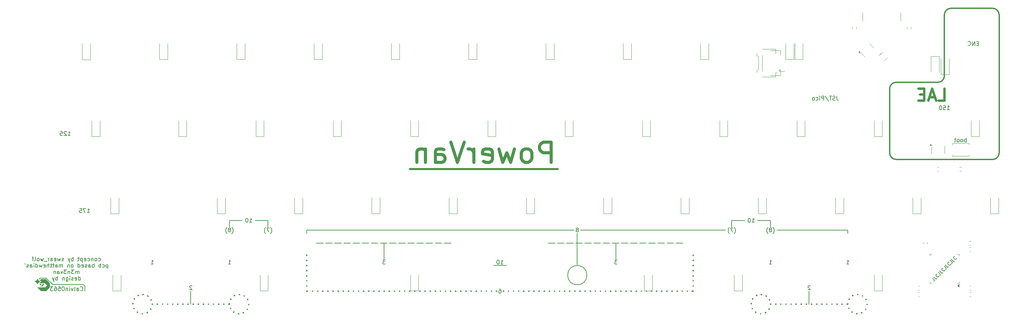
<source format=gbr>
G04 #@! TF.GenerationSoftware,KiCad,Pcbnew,8.0.8*
G04 #@! TF.CreationDate,2025-05-03T21:43:54+02:00*
G04 #@! TF.ProjectId,PowerVan JST revision,506f7765-7256-4616-9e20-4a5354207265,rev?*
G04 #@! TF.SameCoordinates,Original*
G04 #@! TF.FileFunction,Legend,Bot*
G04 #@! TF.FilePolarity,Positive*
%FSLAX46Y46*%
G04 Gerber Fmt 4.6, Leading zero omitted, Abs format (unit mm)*
G04 Created by KiCad (PCBNEW 8.0.8) date 2025-05-03 21:43:54*
%MOMM*%
%LPD*%
G01*
G04 APERTURE LIST*
%ADD10C,0.150000*%
%ADD11C,0.300000*%
%ADD12C,0.200000*%
%ADD13C,0.500000*%
%ADD14C,0.600000*%
%ADD15C,0.800000*%
%ADD16C,0.120000*%
%ADD17C,0.000000*%
G04 APERTURE END LIST*
D10*
X377825500Y-215106500D02*
X377825500Y-215900250D01*
D11*
X377825500Y-233362750D02*
X377826255Y-233302756D01*
X378151148Y-232160728D02*
X378182085Y-232109321D01*
X379039026Y-231287473D02*
X379091682Y-231258712D01*
X380246289Y-230981828D02*
X380306262Y-230983580D01*
X381442737Y-231327391D02*
X381493624Y-231359176D01*
X382301130Y-232229646D02*
X382329012Y-232282772D01*
X382586686Y-233441817D02*
X382583939Y-233501753D01*
X382221305Y-234632363D02*
X382188679Y-234682715D01*
X381304921Y-235475655D02*
X381251339Y-235502652D01*
X380088175Y-235741045D02*
X380028293Y-235737303D01*
X378903860Y-235355946D02*
X378854057Y-235322488D01*
X378075900Y-234425686D02*
X378049797Y-234371663D01*
D10*
X349250500Y-212725250D02*
X349250500Y-214312750D01*
X231775500Y-212725250D02*
X234950500Y-212725250D01*
D11*
X388144250Y-180181500D02*
G75*
G02*
X389731750Y-178593950I1587550J0D01*
G01*
D10*
X311150500Y-215900250D02*
X311150500Y-223837750D01*
D11*
X206375500Y-233362750D02*
X206374744Y-233422743D01*
X206049851Y-234564771D02*
X206018914Y-234616178D01*
X205161973Y-235438026D02*
X205109317Y-235466787D01*
X203954710Y-235743671D02*
X203894737Y-235741919D01*
X202758262Y-235398108D02*
X202707375Y-235366323D01*
X201899869Y-234495853D02*
X201871987Y-234442727D01*
X201614313Y-233283682D02*
X201617060Y-233223746D01*
X201979694Y-232093136D02*
X202012320Y-232042784D01*
X202896078Y-231249844D02*
X202949660Y-231222847D01*
X204112824Y-230984454D02*
X204172706Y-230988196D01*
X205297139Y-231369553D02*
X205346942Y-231403011D01*
X206125099Y-232299813D02*
X206151202Y-232353836D01*
D12*
X178691861Y-227012750D02*
G75*
G02*
X178908072Y-226923179I216039J-215750D01*
G01*
D10*
X290513000Y-223837750D02*
X293688000Y-223837750D01*
X320675500Y-222250250D02*
X320675500Y-218281500D01*
D11*
X339725500Y-230187750D02*
X339725500Y-230127750D01*
X339725500Y-228927750D02*
X339725500Y-228867750D01*
X339725500Y-227667750D02*
X339725500Y-227607750D01*
X339725500Y-226407750D02*
X339725500Y-226347750D01*
X339725500Y-225147750D02*
X339725500Y-225087750D01*
X339725500Y-223887750D02*
X339725500Y-223827750D01*
X339725500Y-222627750D02*
X339725500Y-222567750D01*
X339725500Y-221367750D02*
X339725500Y-221307750D01*
D10*
X228600500Y-212725250D02*
X225425500Y-212725250D01*
D11*
X413544250Y-197644000D02*
X389731750Y-197644000D01*
X415131750Y-161925250D02*
X415131750Y-196056500D01*
D12*
X180098690Y-226923205D02*
G75*
G02*
X180314882Y-227012782I-90J-305895D01*
G01*
D11*
X388144250Y-196056500D02*
X388144250Y-180181500D01*
D10*
X263525500Y-222250250D02*
X263525500Y-218281500D01*
X313531750Y-226219000D02*
G75*
G02*
X308769250Y-226219000I-2381250J0D01*
G01*
X308769250Y-226219000D02*
G75*
G02*
X313531750Y-226219000I2381250J0D01*
G01*
X244475500Y-215106500D02*
X244475500Y-215900250D01*
D12*
X181786169Y-228484008D02*
X180314911Y-227012750D01*
D10*
X368300500Y-230187750D02*
X368300500Y-233362750D01*
D11*
X244475500Y-230187750D02*
X244475500Y-230127750D01*
X244475500Y-228927750D02*
X244475500Y-228867750D01*
X244475500Y-227667750D02*
X244475500Y-227607750D01*
X244475500Y-226407750D02*
X244475500Y-226347750D01*
X244475500Y-225147750D02*
X244475500Y-225087750D01*
X244475500Y-223887750D02*
X244475500Y-223827750D01*
X244475500Y-222627750D02*
X244475500Y-222567750D01*
X244475500Y-221367750D02*
X244475500Y-221307750D01*
D10*
X225425500Y-212725250D02*
X225425500Y-214312750D01*
D11*
X401638000Y-177006500D02*
G75*
G02*
X400050500Y-178594000I-1587500J0D01*
G01*
D10*
X304006750Y-218281500D02*
X305656750Y-218281500D01*
X306256750Y-218281500D02*
X307906750Y-218281500D01*
X308506750Y-218281500D02*
X310156750Y-218281500D01*
X310756750Y-218281500D02*
X312406750Y-218281500D01*
X313006750Y-218281500D02*
X314656750Y-218281500D01*
X315256750Y-218281500D02*
X316906750Y-218281500D01*
X317506750Y-218281500D02*
X319156750Y-218281500D01*
X319756750Y-218281500D02*
X321406750Y-218281500D01*
X322006750Y-218281500D02*
X323656750Y-218281500D01*
X324256750Y-218281500D02*
X325906750Y-218281500D01*
X326506750Y-218281500D02*
X328156750Y-218281500D01*
X328756750Y-218281500D02*
X330406750Y-218281500D01*
X331006750Y-218281500D02*
X332656750Y-218281500D01*
X333256750Y-218281500D02*
X334906750Y-218281500D01*
X335506750Y-218281500D02*
X337156750Y-218281500D01*
D11*
X415131750Y-196056500D02*
G75*
G02*
X413544250Y-197644050I-1587550J0D01*
G01*
D10*
X310356750Y-215106500D02*
X244475500Y-215106500D01*
D12*
X182066802Y-228600250D02*
X189409197Y-228600250D01*
D13*
X269875500Y-200025250D02*
X306388000Y-200025250D01*
D11*
X206375500Y-233362750D02*
X206435500Y-233362750D01*
X207635500Y-233362750D02*
X207695500Y-233362750D01*
X208895500Y-233362750D02*
X208955500Y-233362750D01*
X210155500Y-233362750D02*
X210215500Y-233362750D01*
X211415500Y-233362750D02*
X211475500Y-233362750D01*
X212675500Y-233362750D02*
X212735500Y-233362750D01*
X213935500Y-233362750D02*
X213995500Y-233362750D01*
X215195500Y-233362750D02*
X215255500Y-233362750D01*
X216455500Y-233362750D02*
X216515500Y-233362750D01*
X217715500Y-233362750D02*
X217775500Y-233362750D01*
X218975500Y-233362750D02*
X219035500Y-233362750D01*
X220235500Y-233362750D02*
X220295500Y-233362750D01*
X221495500Y-233362750D02*
X221555500Y-233362750D01*
X222755500Y-233362750D02*
X222815500Y-233362750D01*
X224015500Y-233362750D02*
X224075500Y-233362750D01*
X225275500Y-233362750D02*
X225335500Y-233362750D01*
X389731750Y-197644000D02*
G75*
G02*
X388144300Y-196056500I50J1587500D01*
G01*
X401638000Y-161925250D02*
G75*
G02*
X403225500Y-160337800I1587500J-50D01*
G01*
X401638000Y-177006500D02*
X401638000Y-161925250D01*
D10*
X360363000Y-215106500D02*
X377825500Y-215106500D01*
D11*
X413544250Y-160337750D02*
G75*
G02*
X415131750Y-161925250I-50J-1587550D01*
G01*
X291306750Y-230187750D02*
X291246750Y-230187750D01*
X290046750Y-230187750D02*
X289986750Y-230187750D01*
X288786750Y-230187750D02*
X288726750Y-230187750D01*
X287526750Y-230187750D02*
X287466750Y-230187750D01*
X286266750Y-230187750D02*
X286206750Y-230187750D01*
X285006750Y-230187750D02*
X284946750Y-230187750D01*
X283746750Y-230187750D02*
X283686750Y-230187750D01*
X282486750Y-230187750D02*
X282426750Y-230187750D01*
X281226750Y-230187750D02*
X281166750Y-230187750D01*
X279966750Y-230187750D02*
X279906750Y-230187750D01*
X278706750Y-230187750D02*
X278646750Y-230187750D01*
X277446750Y-230187750D02*
X277386750Y-230187750D01*
X276186750Y-230187750D02*
X276126750Y-230187750D01*
X274926750Y-230187750D02*
X274866750Y-230187750D01*
X273666750Y-230187750D02*
X273606750Y-230187750D01*
X272406750Y-230187750D02*
X272346750Y-230187750D01*
X271146750Y-230187750D02*
X271086750Y-230187750D01*
X269886750Y-230187750D02*
X269826750Y-230187750D01*
X268626750Y-230187750D02*
X268566750Y-230187750D01*
X267366750Y-230187750D02*
X267306750Y-230187750D01*
X266106750Y-230187750D02*
X266046750Y-230187750D01*
X264846750Y-230187750D02*
X264786750Y-230187750D01*
X263586750Y-230187750D02*
X263526750Y-230187750D01*
X262326750Y-230187750D02*
X262266750Y-230187750D01*
X261066750Y-230187750D02*
X261006750Y-230187750D01*
X259806750Y-230187750D02*
X259746750Y-230187750D01*
X258546750Y-230187750D02*
X258486750Y-230187750D01*
X257286750Y-230187750D02*
X257226750Y-230187750D01*
X256026750Y-230187750D02*
X255966750Y-230187750D01*
X254766750Y-230187750D02*
X254706750Y-230187750D01*
X253506750Y-230187750D02*
X253446750Y-230187750D01*
X252246750Y-230187750D02*
X252186750Y-230187750D01*
X250986750Y-230187750D02*
X250926750Y-230187750D01*
X249726750Y-230187750D02*
X249666750Y-230187750D01*
X248466750Y-230187750D02*
X248406750Y-230187750D01*
X247206750Y-230187750D02*
X247146750Y-230187750D01*
X245946750Y-230187750D02*
X245886750Y-230187750D01*
X244686750Y-230187750D02*
X244626750Y-230187750D01*
D10*
X215900500Y-230187750D02*
X215900500Y-233362750D01*
D12*
X182066802Y-228600250D02*
G75*
G02*
X181786194Y-228483983I-2J396750D01*
G01*
D10*
X311944250Y-215106500D02*
X347663000Y-215106500D01*
D12*
X180098690Y-226923205D02*
X178908062Y-226923205D01*
D11*
X358775500Y-233362750D02*
X358774744Y-233422743D01*
X358449851Y-234564771D02*
X358418914Y-234616178D01*
X357561973Y-235438026D02*
X357509317Y-235466787D01*
X356354710Y-235743671D02*
X356294737Y-235741919D01*
X355158262Y-235398108D02*
X355107375Y-235366323D01*
X354299869Y-234495853D02*
X354271987Y-234442727D01*
X354014313Y-233283682D02*
X354017060Y-233223746D01*
X354379694Y-232093136D02*
X354412320Y-232042784D01*
X355296078Y-231249844D02*
X355349660Y-231222847D01*
X356512824Y-230984454D02*
X356572706Y-230988196D01*
X357697139Y-231369553D02*
X357746942Y-231403011D01*
X358525099Y-232299813D02*
X358551202Y-232353836D01*
D10*
X246856750Y-218281500D02*
X248506750Y-218281500D01*
X249106750Y-218281500D02*
X250756750Y-218281500D01*
X251356750Y-218281500D02*
X253006750Y-218281500D01*
X253606750Y-218281500D02*
X255256750Y-218281500D01*
X255856750Y-218281500D02*
X257506750Y-218281500D01*
X258106750Y-218281500D02*
X259756750Y-218281500D01*
X260356750Y-218281500D02*
X262006750Y-218281500D01*
X262606750Y-218281500D02*
X264256750Y-218281500D01*
X264856750Y-218281500D02*
X266506750Y-218281500D01*
X267106750Y-218281500D02*
X268756750Y-218281500D01*
X269356750Y-218281500D02*
X271006750Y-218281500D01*
X271606750Y-218281500D02*
X273256750Y-218281500D01*
X273856750Y-218281500D02*
X275506750Y-218281500D01*
X276106750Y-218281500D02*
X277756750Y-218281500D01*
X278356750Y-218281500D02*
X280006750Y-218281500D01*
D11*
X403225500Y-160337750D02*
X413544250Y-160337750D01*
D10*
X358775500Y-212725250D02*
X358775500Y-214312750D01*
D12*
X178691861Y-227012750D02*
X178475650Y-227228961D01*
D11*
X358775500Y-233362750D02*
X358835500Y-233362750D01*
X360035500Y-233362750D02*
X360095500Y-233362750D01*
X361295500Y-233362750D02*
X361355500Y-233362750D01*
X362555500Y-233362750D02*
X362615500Y-233362750D01*
X363815500Y-233362750D02*
X363875500Y-233362750D01*
X365075500Y-233362750D02*
X365135500Y-233362750D01*
X366335500Y-233362750D02*
X366395500Y-233362750D01*
X367595500Y-233362750D02*
X367655500Y-233362750D01*
X368855500Y-233362750D02*
X368915500Y-233362750D01*
X370115500Y-233362750D02*
X370175500Y-233362750D01*
X371375500Y-233362750D02*
X371435500Y-233362750D01*
X372635500Y-233362750D02*
X372695500Y-233362750D01*
X373895500Y-233362750D02*
X373955500Y-233362750D01*
X375155500Y-233362750D02*
X375215500Y-233362750D01*
X376415500Y-233362750D02*
X376475500Y-233362750D01*
X377675500Y-233362750D02*
X377735500Y-233362750D01*
D10*
X234950500Y-212725250D02*
X234950500Y-214312750D01*
D11*
X389731750Y-178594000D02*
X400050500Y-178594000D01*
D12*
X189409197Y-228600642D02*
G75*
G02*
X189806058Y-228997518I203J-396658D01*
G01*
D10*
X352425500Y-212725250D02*
X349250500Y-212725250D01*
X355600500Y-212725250D02*
X358775500Y-212725250D01*
D11*
X206375500Y-233362750D02*
X206375500Y-233362750D01*
D12*
X189805218Y-230116655D02*
X189806073Y-228997518D01*
D11*
X292894250Y-230187750D02*
X292954250Y-230187750D01*
X294154250Y-230187750D02*
X294214250Y-230187750D01*
X295414250Y-230187750D02*
X295474250Y-230187750D01*
X296674250Y-230187750D02*
X296734250Y-230187750D01*
X297934250Y-230187750D02*
X297994250Y-230187750D01*
X299194250Y-230187750D02*
X299254250Y-230187750D01*
X300454250Y-230187750D02*
X300514250Y-230187750D01*
X301714250Y-230187750D02*
X301774250Y-230187750D01*
X302974250Y-230187750D02*
X303034250Y-230187750D01*
X304234250Y-230187750D02*
X304294250Y-230187750D01*
X305494250Y-230187750D02*
X305554250Y-230187750D01*
X306754250Y-230187750D02*
X306814250Y-230187750D01*
X308014250Y-230187750D02*
X308074250Y-230187750D01*
X309274250Y-230187750D02*
X309334250Y-230187750D01*
X310534250Y-230187750D02*
X310594250Y-230187750D01*
X311794250Y-230187750D02*
X311854250Y-230187750D01*
X313054250Y-230187750D02*
X313114250Y-230187750D01*
X314314250Y-230187750D02*
X314374250Y-230187750D01*
X315574250Y-230187750D02*
X315634250Y-230187750D01*
X316834250Y-230187750D02*
X316894250Y-230187750D01*
X318094250Y-230187750D02*
X318154250Y-230187750D01*
X319354250Y-230187750D02*
X319414250Y-230187750D01*
X320614250Y-230187750D02*
X320674250Y-230187750D01*
X321874250Y-230187750D02*
X321934250Y-230187750D01*
X323134250Y-230187750D02*
X323194250Y-230187750D01*
X324394250Y-230187750D02*
X324454250Y-230187750D01*
X325654250Y-230187750D02*
X325714250Y-230187750D01*
X326914250Y-230187750D02*
X326974250Y-230187750D01*
X328174250Y-230187750D02*
X328234250Y-230187750D01*
X329434250Y-230187750D02*
X329494250Y-230187750D01*
X330694250Y-230187750D02*
X330754250Y-230187750D01*
X331954250Y-230187750D02*
X332014250Y-230187750D01*
X333214250Y-230187750D02*
X333274250Y-230187750D01*
X334474250Y-230187750D02*
X334534250Y-230187750D01*
X335734250Y-230187750D02*
X335794250Y-230187750D01*
X336994250Y-230187750D02*
X337054250Y-230187750D01*
X338254250Y-230187750D02*
X338314250Y-230187750D01*
X339514250Y-230187750D02*
X339574250Y-230187750D01*
X225425500Y-233362750D02*
X225426255Y-233302756D01*
X225751148Y-232160728D02*
X225782085Y-232109321D01*
X226639026Y-231287473D02*
X226691682Y-231258712D01*
X227846289Y-230981828D02*
X227906262Y-230983580D01*
X229042737Y-231327391D02*
X229093624Y-231359176D01*
X229901130Y-232229646D02*
X229929012Y-232282772D01*
X230186686Y-233441817D02*
X230183939Y-233501753D01*
X229821305Y-234632363D02*
X229788679Y-234682715D01*
X228904921Y-235475655D02*
X228851339Y-235502652D01*
X227688175Y-235741045D02*
X227628293Y-235737303D01*
X226503860Y-235355946D02*
X226454057Y-235322488D01*
X225675900Y-234425686D02*
X225649797Y-234371663D01*
D12*
X292290976Y-223496219D02*
X292862404Y-223496219D01*
X292576690Y-223496219D02*
X292576690Y-222496219D01*
X292576690Y-222496219D02*
X292671928Y-222639076D01*
X292671928Y-222639076D02*
X292767166Y-222734314D01*
X292767166Y-222734314D02*
X292862404Y-222781933D01*
X291671928Y-222496219D02*
X291576690Y-222496219D01*
X291576690Y-222496219D02*
X291481452Y-222543838D01*
X291481452Y-222543838D02*
X291433833Y-222591457D01*
X291433833Y-222591457D02*
X291386214Y-222686695D01*
X291386214Y-222686695D02*
X291338595Y-222877171D01*
X291338595Y-222877171D02*
X291338595Y-223115266D01*
X291338595Y-223115266D02*
X291386214Y-223305742D01*
X291386214Y-223305742D02*
X291433833Y-223400980D01*
X291433833Y-223400980D02*
X291481452Y-223448600D01*
X291481452Y-223448600D02*
X291576690Y-223496219D01*
X291576690Y-223496219D02*
X291671928Y-223496219D01*
X291671928Y-223496219D02*
X291767166Y-223448600D01*
X291767166Y-223448600D02*
X291814785Y-223400980D01*
X291814785Y-223400980D02*
X291862404Y-223305742D01*
X291862404Y-223305742D02*
X291910023Y-223115266D01*
X291910023Y-223115266D02*
X291910023Y-222877171D01*
X291910023Y-222877171D02*
X291862404Y-222686695D01*
X291862404Y-222686695D02*
X291814785Y-222591457D01*
X291814785Y-222591457D02*
X291767166Y-222543838D01*
X291767166Y-222543838D02*
X291671928Y-222496219D01*
X368586213Y-228941457D02*
X368538594Y-228893838D01*
X368538594Y-228893838D02*
X368443356Y-228846219D01*
X368443356Y-228846219D02*
X368205261Y-228846219D01*
X368205261Y-228846219D02*
X368110023Y-228893838D01*
X368110023Y-228893838D02*
X368062404Y-228941457D01*
X368062404Y-228941457D02*
X368014785Y-229036695D01*
X368014785Y-229036695D02*
X368014785Y-229131933D01*
X368014785Y-229131933D02*
X368062404Y-229274790D01*
X368062404Y-229274790D02*
X368633832Y-229846219D01*
X368633832Y-229846219D02*
X368014785Y-229846219D01*
X188666325Y-229959730D02*
X188713944Y-230007350D01*
X188713944Y-230007350D02*
X188856801Y-230054969D01*
X188856801Y-230054969D02*
X188952039Y-230054969D01*
X188952039Y-230054969D02*
X189094896Y-230007350D01*
X189094896Y-230007350D02*
X189190134Y-229912111D01*
X189190134Y-229912111D02*
X189237753Y-229816873D01*
X189237753Y-229816873D02*
X189285372Y-229626397D01*
X189285372Y-229626397D02*
X189285372Y-229483540D01*
X189285372Y-229483540D02*
X189237753Y-229293064D01*
X189237753Y-229293064D02*
X189190134Y-229197826D01*
X189190134Y-229197826D02*
X189094896Y-229102588D01*
X189094896Y-229102588D02*
X188952039Y-229054969D01*
X188952039Y-229054969D02*
X188856801Y-229054969D01*
X188856801Y-229054969D02*
X188713944Y-229102588D01*
X188713944Y-229102588D02*
X188666325Y-229150207D01*
X187809182Y-230054969D02*
X187809182Y-229531159D01*
X187809182Y-229531159D02*
X187856801Y-229435921D01*
X187856801Y-229435921D02*
X187952039Y-229388302D01*
X187952039Y-229388302D02*
X188142515Y-229388302D01*
X188142515Y-229388302D02*
X188237753Y-229435921D01*
X187809182Y-230007350D02*
X187904420Y-230054969D01*
X187904420Y-230054969D02*
X188142515Y-230054969D01*
X188142515Y-230054969D02*
X188237753Y-230007350D01*
X188237753Y-230007350D02*
X188285372Y-229912111D01*
X188285372Y-229912111D02*
X188285372Y-229816873D01*
X188285372Y-229816873D02*
X188237753Y-229721635D01*
X188237753Y-229721635D02*
X188142515Y-229674016D01*
X188142515Y-229674016D02*
X187904420Y-229674016D01*
X187904420Y-229674016D02*
X187809182Y-229626397D01*
X187190134Y-230054969D02*
X187285372Y-230007350D01*
X187285372Y-230007350D02*
X187332991Y-229912111D01*
X187332991Y-229912111D02*
X187332991Y-229054969D01*
X186904419Y-229388302D02*
X186666324Y-230054969D01*
X186666324Y-230054969D02*
X186428229Y-229388302D01*
X186047276Y-230054969D02*
X186047276Y-229388302D01*
X186047276Y-229054969D02*
X186094895Y-229102588D01*
X186094895Y-229102588D02*
X186047276Y-229150207D01*
X186047276Y-229150207D02*
X185999657Y-229102588D01*
X185999657Y-229102588D02*
X186047276Y-229054969D01*
X186047276Y-229054969D02*
X186047276Y-229150207D01*
X185571086Y-229388302D02*
X185571086Y-230054969D01*
X185571086Y-229483540D02*
X185523467Y-229435921D01*
X185523467Y-229435921D02*
X185428229Y-229388302D01*
X185428229Y-229388302D02*
X185285372Y-229388302D01*
X185285372Y-229388302D02*
X185190134Y-229435921D01*
X185190134Y-229435921D02*
X185142515Y-229531159D01*
X185142515Y-229531159D02*
X185142515Y-230054969D01*
X184475848Y-229054969D02*
X184380610Y-229054969D01*
X184380610Y-229054969D02*
X184285372Y-229102588D01*
X184285372Y-229102588D02*
X184237753Y-229150207D01*
X184237753Y-229150207D02*
X184190134Y-229245445D01*
X184190134Y-229245445D02*
X184142515Y-229435921D01*
X184142515Y-229435921D02*
X184142515Y-229674016D01*
X184142515Y-229674016D02*
X184190134Y-229864492D01*
X184190134Y-229864492D02*
X184237753Y-229959730D01*
X184237753Y-229959730D02*
X184285372Y-230007350D01*
X184285372Y-230007350D02*
X184380610Y-230054969D01*
X184380610Y-230054969D02*
X184475848Y-230054969D01*
X184475848Y-230054969D02*
X184571086Y-230007350D01*
X184571086Y-230007350D02*
X184618705Y-229959730D01*
X184618705Y-229959730D02*
X184666324Y-229864492D01*
X184666324Y-229864492D02*
X184713943Y-229674016D01*
X184713943Y-229674016D02*
X184713943Y-229435921D01*
X184713943Y-229435921D02*
X184666324Y-229245445D01*
X184666324Y-229245445D02*
X184618705Y-229150207D01*
X184618705Y-229150207D02*
X184571086Y-229102588D01*
X184571086Y-229102588D02*
X184475848Y-229054969D01*
X183237753Y-229054969D02*
X183713943Y-229054969D01*
X183713943Y-229054969D02*
X183761562Y-229531159D01*
X183761562Y-229531159D02*
X183713943Y-229483540D01*
X183713943Y-229483540D02*
X183618705Y-229435921D01*
X183618705Y-229435921D02*
X183380610Y-229435921D01*
X183380610Y-229435921D02*
X183285372Y-229483540D01*
X183285372Y-229483540D02*
X183237753Y-229531159D01*
X183237753Y-229531159D02*
X183190134Y-229626397D01*
X183190134Y-229626397D02*
X183190134Y-229864492D01*
X183190134Y-229864492D02*
X183237753Y-229959730D01*
X183237753Y-229959730D02*
X183285372Y-230007350D01*
X183285372Y-230007350D02*
X183380610Y-230054969D01*
X183380610Y-230054969D02*
X183618705Y-230054969D01*
X183618705Y-230054969D02*
X183713943Y-230007350D01*
X183713943Y-230007350D02*
X183761562Y-229959730D01*
X182332991Y-229054969D02*
X182523467Y-229054969D01*
X182523467Y-229054969D02*
X182618705Y-229102588D01*
X182618705Y-229102588D02*
X182666324Y-229150207D01*
X182666324Y-229150207D02*
X182761562Y-229293064D01*
X182761562Y-229293064D02*
X182809181Y-229483540D01*
X182809181Y-229483540D02*
X182809181Y-229864492D01*
X182809181Y-229864492D02*
X182761562Y-229959730D01*
X182761562Y-229959730D02*
X182713943Y-230007350D01*
X182713943Y-230007350D02*
X182618705Y-230054969D01*
X182618705Y-230054969D02*
X182428229Y-230054969D01*
X182428229Y-230054969D02*
X182332991Y-230007350D01*
X182332991Y-230007350D02*
X182285372Y-229959730D01*
X182285372Y-229959730D02*
X182237753Y-229864492D01*
X182237753Y-229864492D02*
X182237753Y-229626397D01*
X182237753Y-229626397D02*
X182285372Y-229531159D01*
X182285372Y-229531159D02*
X182332991Y-229483540D01*
X182332991Y-229483540D02*
X182428229Y-229435921D01*
X182428229Y-229435921D02*
X182618705Y-229435921D01*
X182618705Y-229435921D02*
X182713943Y-229483540D01*
X182713943Y-229483540D02*
X182761562Y-229531159D01*
X182761562Y-229531159D02*
X182809181Y-229626397D01*
X181904419Y-229054969D02*
X181285372Y-229054969D01*
X181285372Y-229054969D02*
X181618705Y-229435921D01*
X181618705Y-229435921D02*
X181475848Y-229435921D01*
X181475848Y-229435921D02*
X181380610Y-229483540D01*
X181380610Y-229483540D02*
X181332991Y-229531159D01*
X181332991Y-229531159D02*
X181285372Y-229626397D01*
X181285372Y-229626397D02*
X181285372Y-229864492D01*
X181285372Y-229864492D02*
X181332991Y-229959730D01*
X181332991Y-229959730D02*
X181380610Y-230007350D01*
X181380610Y-230007350D02*
X181475848Y-230054969D01*
X181475848Y-230054969D02*
X181761562Y-230054969D01*
X181761562Y-230054969D02*
X181856800Y-230007350D01*
X181856800Y-230007350D02*
X181904419Y-229959730D01*
X359394547Y-215939671D02*
X359442166Y-215892052D01*
X359442166Y-215892052D02*
X359537404Y-215749195D01*
X359537404Y-215749195D02*
X359585023Y-215653957D01*
X359585023Y-215653957D02*
X359632642Y-215511100D01*
X359632642Y-215511100D02*
X359680261Y-215273004D01*
X359680261Y-215273004D02*
X359680261Y-215082528D01*
X359680261Y-215082528D02*
X359632642Y-214844433D01*
X359632642Y-214844433D02*
X359585023Y-214701576D01*
X359585023Y-214701576D02*
X359537404Y-214606338D01*
X359537404Y-214606338D02*
X359442166Y-214463480D01*
X359442166Y-214463480D02*
X359394547Y-214415861D01*
X358870737Y-214987290D02*
X358965975Y-214939671D01*
X358965975Y-214939671D02*
X359013594Y-214892052D01*
X359013594Y-214892052D02*
X359061213Y-214796814D01*
X359061213Y-214796814D02*
X359061213Y-214749195D01*
X359061213Y-214749195D02*
X359013594Y-214653957D01*
X359013594Y-214653957D02*
X358965975Y-214606338D01*
X358965975Y-214606338D02*
X358870737Y-214558719D01*
X358870737Y-214558719D02*
X358680261Y-214558719D01*
X358680261Y-214558719D02*
X358585023Y-214606338D01*
X358585023Y-214606338D02*
X358537404Y-214653957D01*
X358537404Y-214653957D02*
X358489785Y-214749195D01*
X358489785Y-214749195D02*
X358489785Y-214796814D01*
X358489785Y-214796814D02*
X358537404Y-214892052D01*
X358537404Y-214892052D02*
X358585023Y-214939671D01*
X358585023Y-214939671D02*
X358680261Y-214987290D01*
X358680261Y-214987290D02*
X358870737Y-214987290D01*
X358870737Y-214987290D02*
X358965975Y-215034909D01*
X358965975Y-215034909D02*
X359013594Y-215082528D01*
X359013594Y-215082528D02*
X359061213Y-215177766D01*
X359061213Y-215177766D02*
X359061213Y-215368242D01*
X359061213Y-215368242D02*
X359013594Y-215463480D01*
X359013594Y-215463480D02*
X358965975Y-215511100D01*
X358965975Y-215511100D02*
X358870737Y-215558719D01*
X358870737Y-215558719D02*
X358680261Y-215558719D01*
X358680261Y-215558719D02*
X358585023Y-215511100D01*
X358585023Y-215511100D02*
X358537404Y-215463480D01*
X358537404Y-215463480D02*
X358489785Y-215368242D01*
X358489785Y-215368242D02*
X358489785Y-215177766D01*
X358489785Y-215177766D02*
X358537404Y-215082528D01*
X358537404Y-215082528D02*
X358585023Y-215034909D01*
X358585023Y-215034909D02*
X358680261Y-214987290D01*
X358156451Y-215939671D02*
X358108832Y-215892052D01*
X358108832Y-215892052D02*
X358013594Y-215749195D01*
X358013594Y-215749195D02*
X357965975Y-215653957D01*
X357965975Y-215653957D02*
X357918356Y-215511100D01*
X357918356Y-215511100D02*
X357870737Y-215273004D01*
X357870737Y-215273004D02*
X357870737Y-215082528D01*
X357870737Y-215082528D02*
X357918356Y-214844433D01*
X357918356Y-214844433D02*
X357965975Y-214701576D01*
X357965975Y-214701576D02*
X358013594Y-214606338D01*
X358013594Y-214606338D02*
X358108832Y-214463480D01*
X358108832Y-214463480D02*
X358156451Y-214415861D01*
X195456089Y-223612080D02*
X195456089Y-224612080D01*
X195456089Y-223659699D02*
X195360851Y-223612080D01*
X195360851Y-223612080D02*
X195170375Y-223612080D01*
X195170375Y-223612080D02*
X195075137Y-223659699D01*
X195075137Y-223659699D02*
X195027518Y-223707318D01*
X195027518Y-223707318D02*
X194979899Y-223802556D01*
X194979899Y-223802556D02*
X194979899Y-224088270D01*
X194979899Y-224088270D02*
X195027518Y-224183508D01*
X195027518Y-224183508D02*
X195075137Y-224231128D01*
X195075137Y-224231128D02*
X195170375Y-224278747D01*
X195170375Y-224278747D02*
X195360851Y-224278747D01*
X195360851Y-224278747D02*
X195456089Y-224231128D01*
X194122756Y-224231128D02*
X194217994Y-224278747D01*
X194217994Y-224278747D02*
X194408470Y-224278747D01*
X194408470Y-224278747D02*
X194503708Y-224231128D01*
X194503708Y-224231128D02*
X194551327Y-224183508D01*
X194551327Y-224183508D02*
X194598946Y-224088270D01*
X194598946Y-224088270D02*
X194598946Y-223802556D01*
X194598946Y-223802556D02*
X194551327Y-223707318D01*
X194551327Y-223707318D02*
X194503708Y-223659699D01*
X194503708Y-223659699D02*
X194408470Y-223612080D01*
X194408470Y-223612080D02*
X194217994Y-223612080D01*
X194217994Y-223612080D02*
X194122756Y-223659699D01*
X193694184Y-224278747D02*
X193694184Y-223278747D01*
X193694184Y-223659699D02*
X193598946Y-223612080D01*
X193598946Y-223612080D02*
X193408470Y-223612080D01*
X193408470Y-223612080D02*
X193313232Y-223659699D01*
X193313232Y-223659699D02*
X193265613Y-223707318D01*
X193265613Y-223707318D02*
X193217994Y-223802556D01*
X193217994Y-223802556D02*
X193217994Y-224088270D01*
X193217994Y-224088270D02*
X193265613Y-224183508D01*
X193265613Y-224183508D02*
X193313232Y-224231128D01*
X193313232Y-224231128D02*
X193408470Y-224278747D01*
X193408470Y-224278747D02*
X193598946Y-224278747D01*
X193598946Y-224278747D02*
X193694184Y-224231128D01*
X192027517Y-224278747D02*
X192027517Y-223278747D01*
X192027517Y-223659699D02*
X191932279Y-223612080D01*
X191932279Y-223612080D02*
X191741803Y-223612080D01*
X191741803Y-223612080D02*
X191646565Y-223659699D01*
X191646565Y-223659699D02*
X191598946Y-223707318D01*
X191598946Y-223707318D02*
X191551327Y-223802556D01*
X191551327Y-223802556D02*
X191551327Y-224088270D01*
X191551327Y-224088270D02*
X191598946Y-224183508D01*
X191598946Y-224183508D02*
X191646565Y-224231128D01*
X191646565Y-224231128D02*
X191741803Y-224278747D01*
X191741803Y-224278747D02*
X191932279Y-224278747D01*
X191932279Y-224278747D02*
X192027517Y-224231128D01*
X190694184Y-224278747D02*
X190694184Y-223754937D01*
X190694184Y-223754937D02*
X190741803Y-223659699D01*
X190741803Y-223659699D02*
X190837041Y-223612080D01*
X190837041Y-223612080D02*
X191027517Y-223612080D01*
X191027517Y-223612080D02*
X191122755Y-223659699D01*
X190694184Y-224231128D02*
X190789422Y-224278747D01*
X190789422Y-224278747D02*
X191027517Y-224278747D01*
X191027517Y-224278747D02*
X191122755Y-224231128D01*
X191122755Y-224231128D02*
X191170374Y-224135889D01*
X191170374Y-224135889D02*
X191170374Y-224040651D01*
X191170374Y-224040651D02*
X191122755Y-223945413D01*
X191122755Y-223945413D02*
X191027517Y-223897794D01*
X191027517Y-223897794D02*
X190789422Y-223897794D01*
X190789422Y-223897794D02*
X190694184Y-223850175D01*
X190265612Y-224231128D02*
X190170374Y-224278747D01*
X190170374Y-224278747D02*
X189979898Y-224278747D01*
X189979898Y-224278747D02*
X189884660Y-224231128D01*
X189884660Y-224231128D02*
X189837041Y-224135889D01*
X189837041Y-224135889D02*
X189837041Y-224088270D01*
X189837041Y-224088270D02*
X189884660Y-223993032D01*
X189884660Y-223993032D02*
X189979898Y-223945413D01*
X189979898Y-223945413D02*
X190122755Y-223945413D01*
X190122755Y-223945413D02*
X190217993Y-223897794D01*
X190217993Y-223897794D02*
X190265612Y-223802556D01*
X190265612Y-223802556D02*
X190265612Y-223754937D01*
X190265612Y-223754937D02*
X190217993Y-223659699D01*
X190217993Y-223659699D02*
X190122755Y-223612080D01*
X190122755Y-223612080D02*
X189979898Y-223612080D01*
X189979898Y-223612080D02*
X189884660Y-223659699D01*
X189027517Y-224231128D02*
X189122755Y-224278747D01*
X189122755Y-224278747D02*
X189313231Y-224278747D01*
X189313231Y-224278747D02*
X189408469Y-224231128D01*
X189408469Y-224231128D02*
X189456088Y-224135889D01*
X189456088Y-224135889D02*
X189456088Y-223754937D01*
X189456088Y-223754937D02*
X189408469Y-223659699D01*
X189408469Y-223659699D02*
X189313231Y-223612080D01*
X189313231Y-223612080D02*
X189122755Y-223612080D01*
X189122755Y-223612080D02*
X189027517Y-223659699D01*
X189027517Y-223659699D02*
X188979898Y-223754937D01*
X188979898Y-223754937D02*
X188979898Y-223850175D01*
X188979898Y-223850175D02*
X189456088Y-223945413D01*
X188122755Y-224278747D02*
X188122755Y-223278747D01*
X188122755Y-224231128D02*
X188217993Y-224278747D01*
X188217993Y-224278747D02*
X188408469Y-224278747D01*
X188408469Y-224278747D02*
X188503707Y-224231128D01*
X188503707Y-224231128D02*
X188551326Y-224183508D01*
X188551326Y-224183508D02*
X188598945Y-224088270D01*
X188598945Y-224088270D02*
X188598945Y-223802556D01*
X188598945Y-223802556D02*
X188551326Y-223707318D01*
X188551326Y-223707318D02*
X188503707Y-223659699D01*
X188503707Y-223659699D02*
X188408469Y-223612080D01*
X188408469Y-223612080D02*
X188217993Y-223612080D01*
X188217993Y-223612080D02*
X188122755Y-223659699D01*
X186741802Y-224278747D02*
X186837040Y-224231128D01*
X186837040Y-224231128D02*
X186884659Y-224183508D01*
X186884659Y-224183508D02*
X186932278Y-224088270D01*
X186932278Y-224088270D02*
X186932278Y-223802556D01*
X186932278Y-223802556D02*
X186884659Y-223707318D01*
X186884659Y-223707318D02*
X186837040Y-223659699D01*
X186837040Y-223659699D02*
X186741802Y-223612080D01*
X186741802Y-223612080D02*
X186598945Y-223612080D01*
X186598945Y-223612080D02*
X186503707Y-223659699D01*
X186503707Y-223659699D02*
X186456088Y-223707318D01*
X186456088Y-223707318D02*
X186408469Y-223802556D01*
X186408469Y-223802556D02*
X186408469Y-224088270D01*
X186408469Y-224088270D02*
X186456088Y-224183508D01*
X186456088Y-224183508D02*
X186503707Y-224231128D01*
X186503707Y-224231128D02*
X186598945Y-224278747D01*
X186598945Y-224278747D02*
X186741802Y-224278747D01*
X185979897Y-223612080D02*
X185979897Y-224278747D01*
X185979897Y-223707318D02*
X185932278Y-223659699D01*
X185932278Y-223659699D02*
X185837040Y-223612080D01*
X185837040Y-223612080D02*
X185694183Y-223612080D01*
X185694183Y-223612080D02*
X185598945Y-223659699D01*
X185598945Y-223659699D02*
X185551326Y-223754937D01*
X185551326Y-223754937D02*
X185551326Y-224278747D01*
X184313230Y-224278747D02*
X184313230Y-223612080D01*
X184313230Y-223707318D02*
X184265611Y-223659699D01*
X184265611Y-223659699D02*
X184170373Y-223612080D01*
X184170373Y-223612080D02*
X184027516Y-223612080D01*
X184027516Y-223612080D02*
X183932278Y-223659699D01*
X183932278Y-223659699D02*
X183884659Y-223754937D01*
X183884659Y-223754937D02*
X183884659Y-224278747D01*
X183884659Y-223754937D02*
X183837040Y-223659699D01*
X183837040Y-223659699D02*
X183741802Y-223612080D01*
X183741802Y-223612080D02*
X183598945Y-223612080D01*
X183598945Y-223612080D02*
X183503706Y-223659699D01*
X183503706Y-223659699D02*
X183456087Y-223754937D01*
X183456087Y-223754937D02*
X183456087Y-224278747D01*
X182551326Y-224278747D02*
X182551326Y-223754937D01*
X182551326Y-223754937D02*
X182598945Y-223659699D01*
X182598945Y-223659699D02*
X182694183Y-223612080D01*
X182694183Y-223612080D02*
X182884659Y-223612080D01*
X182884659Y-223612080D02*
X182979897Y-223659699D01*
X182551326Y-224231128D02*
X182646564Y-224278747D01*
X182646564Y-224278747D02*
X182884659Y-224278747D01*
X182884659Y-224278747D02*
X182979897Y-224231128D01*
X182979897Y-224231128D02*
X183027516Y-224135889D01*
X183027516Y-224135889D02*
X183027516Y-224040651D01*
X183027516Y-224040651D02*
X182979897Y-223945413D01*
X182979897Y-223945413D02*
X182884659Y-223897794D01*
X182884659Y-223897794D02*
X182646564Y-223897794D01*
X182646564Y-223897794D02*
X182551326Y-223850175D01*
X182217992Y-223612080D02*
X181837040Y-223612080D01*
X182075135Y-223278747D02*
X182075135Y-224135889D01*
X182075135Y-224135889D02*
X182027516Y-224231128D01*
X182027516Y-224231128D02*
X181932278Y-224278747D01*
X181932278Y-224278747D02*
X181837040Y-224278747D01*
X181646563Y-223612080D02*
X181265611Y-223612080D01*
X181503706Y-223278747D02*
X181503706Y-224135889D01*
X181503706Y-224135889D02*
X181456087Y-224231128D01*
X181456087Y-224231128D02*
X181360849Y-224278747D01*
X181360849Y-224278747D02*
X181265611Y-224278747D01*
X180932277Y-224278747D02*
X180932277Y-223278747D01*
X180503706Y-224278747D02*
X180503706Y-223754937D01*
X180503706Y-223754937D02*
X180551325Y-223659699D01*
X180551325Y-223659699D02*
X180646563Y-223612080D01*
X180646563Y-223612080D02*
X180789420Y-223612080D01*
X180789420Y-223612080D02*
X180884658Y-223659699D01*
X180884658Y-223659699D02*
X180932277Y-223707318D01*
X179646563Y-224231128D02*
X179741801Y-224278747D01*
X179741801Y-224278747D02*
X179932277Y-224278747D01*
X179932277Y-224278747D02*
X180027515Y-224231128D01*
X180027515Y-224231128D02*
X180075134Y-224135889D01*
X180075134Y-224135889D02*
X180075134Y-223754937D01*
X180075134Y-223754937D02*
X180027515Y-223659699D01*
X180027515Y-223659699D02*
X179932277Y-223612080D01*
X179932277Y-223612080D02*
X179741801Y-223612080D01*
X179741801Y-223612080D02*
X179646563Y-223659699D01*
X179646563Y-223659699D02*
X179598944Y-223754937D01*
X179598944Y-223754937D02*
X179598944Y-223850175D01*
X179598944Y-223850175D02*
X180075134Y-223945413D01*
X179265610Y-223612080D02*
X179075134Y-224278747D01*
X179075134Y-224278747D02*
X178884658Y-223802556D01*
X178884658Y-223802556D02*
X178694182Y-224278747D01*
X178694182Y-224278747D02*
X178503706Y-223612080D01*
X177694182Y-224278747D02*
X177694182Y-223278747D01*
X177694182Y-224231128D02*
X177789420Y-224278747D01*
X177789420Y-224278747D02*
X177979896Y-224278747D01*
X177979896Y-224278747D02*
X178075134Y-224231128D01*
X178075134Y-224231128D02*
X178122753Y-224183508D01*
X178122753Y-224183508D02*
X178170372Y-224088270D01*
X178170372Y-224088270D02*
X178170372Y-223802556D01*
X178170372Y-223802556D02*
X178122753Y-223707318D01*
X178122753Y-223707318D02*
X178075134Y-223659699D01*
X178075134Y-223659699D02*
X177979896Y-223612080D01*
X177979896Y-223612080D02*
X177789420Y-223612080D01*
X177789420Y-223612080D02*
X177694182Y-223659699D01*
X177217991Y-224278747D02*
X177217991Y-223612080D01*
X177217991Y-223278747D02*
X177265610Y-223326366D01*
X177265610Y-223326366D02*
X177217991Y-223373985D01*
X177217991Y-223373985D02*
X177170372Y-223326366D01*
X177170372Y-223326366D02*
X177217991Y-223278747D01*
X177217991Y-223278747D02*
X177217991Y-223373985D01*
X176313230Y-224278747D02*
X176313230Y-223754937D01*
X176313230Y-223754937D02*
X176360849Y-223659699D01*
X176360849Y-223659699D02*
X176456087Y-223612080D01*
X176456087Y-223612080D02*
X176646563Y-223612080D01*
X176646563Y-223612080D02*
X176741801Y-223659699D01*
X176313230Y-224231128D02*
X176408468Y-224278747D01*
X176408468Y-224278747D02*
X176646563Y-224278747D01*
X176646563Y-224278747D02*
X176741801Y-224231128D01*
X176741801Y-224231128D02*
X176789420Y-224135889D01*
X176789420Y-224135889D02*
X176789420Y-224040651D01*
X176789420Y-224040651D02*
X176741801Y-223945413D01*
X176741801Y-223945413D02*
X176646563Y-223897794D01*
X176646563Y-223897794D02*
X176408468Y-223897794D01*
X176408468Y-223897794D02*
X176313230Y-223850175D01*
X175884658Y-224231128D02*
X175789420Y-224278747D01*
X175789420Y-224278747D02*
X175598944Y-224278747D01*
X175598944Y-224278747D02*
X175503706Y-224231128D01*
X175503706Y-224231128D02*
X175456087Y-224135889D01*
X175456087Y-224135889D02*
X175456087Y-224088270D01*
X175456087Y-224088270D02*
X175503706Y-223993032D01*
X175503706Y-223993032D02*
X175598944Y-223945413D01*
X175598944Y-223945413D02*
X175741801Y-223945413D01*
X175741801Y-223945413D02*
X175837039Y-223897794D01*
X175837039Y-223897794D02*
X175884658Y-223802556D01*
X175884658Y-223802556D02*
X175884658Y-223754937D01*
X175884658Y-223754937D02*
X175837039Y-223659699D01*
X175837039Y-223659699D02*
X175741801Y-223612080D01*
X175741801Y-223612080D02*
X175598944Y-223612080D01*
X175598944Y-223612080D02*
X175503706Y-223659699D01*
X174979896Y-223278747D02*
X175075134Y-223469223D01*
X188360850Y-225888691D02*
X188360850Y-225222024D01*
X188360850Y-225317262D02*
X188313231Y-225269643D01*
X188313231Y-225269643D02*
X188217993Y-225222024D01*
X188217993Y-225222024D02*
X188075136Y-225222024D01*
X188075136Y-225222024D02*
X187979898Y-225269643D01*
X187979898Y-225269643D02*
X187932279Y-225364881D01*
X187932279Y-225364881D02*
X187932279Y-225888691D01*
X187932279Y-225364881D02*
X187884660Y-225269643D01*
X187884660Y-225269643D02*
X187789422Y-225222024D01*
X187789422Y-225222024D02*
X187646565Y-225222024D01*
X187646565Y-225222024D02*
X187551326Y-225269643D01*
X187551326Y-225269643D02*
X187503707Y-225364881D01*
X187503707Y-225364881D02*
X187503707Y-225888691D01*
X187122755Y-224888691D02*
X186503708Y-224888691D01*
X186503708Y-224888691D02*
X186837041Y-225269643D01*
X186837041Y-225269643D02*
X186694184Y-225269643D01*
X186694184Y-225269643D02*
X186598946Y-225317262D01*
X186598946Y-225317262D02*
X186551327Y-225364881D01*
X186551327Y-225364881D02*
X186503708Y-225460119D01*
X186503708Y-225460119D02*
X186503708Y-225698214D01*
X186503708Y-225698214D02*
X186551327Y-225793452D01*
X186551327Y-225793452D02*
X186598946Y-225841072D01*
X186598946Y-225841072D02*
X186694184Y-225888691D01*
X186694184Y-225888691D02*
X186979898Y-225888691D01*
X186979898Y-225888691D02*
X187075136Y-225841072D01*
X187075136Y-225841072D02*
X187122755Y-225793452D01*
X186075136Y-225222024D02*
X186075136Y-225888691D01*
X186075136Y-225317262D02*
X186027517Y-225269643D01*
X186027517Y-225269643D02*
X185932279Y-225222024D01*
X185932279Y-225222024D02*
X185789422Y-225222024D01*
X185789422Y-225222024D02*
X185694184Y-225269643D01*
X185694184Y-225269643D02*
X185646565Y-225364881D01*
X185646565Y-225364881D02*
X185646565Y-225888691D01*
X185265612Y-224888691D02*
X184646565Y-224888691D01*
X184646565Y-224888691D02*
X184979898Y-225269643D01*
X184979898Y-225269643D02*
X184837041Y-225269643D01*
X184837041Y-225269643D02*
X184741803Y-225317262D01*
X184741803Y-225317262D02*
X184694184Y-225364881D01*
X184694184Y-225364881D02*
X184646565Y-225460119D01*
X184646565Y-225460119D02*
X184646565Y-225698214D01*
X184646565Y-225698214D02*
X184694184Y-225793452D01*
X184694184Y-225793452D02*
X184741803Y-225841072D01*
X184741803Y-225841072D02*
X184837041Y-225888691D01*
X184837041Y-225888691D02*
X185122755Y-225888691D01*
X185122755Y-225888691D02*
X185217993Y-225841072D01*
X185217993Y-225841072D02*
X185265612Y-225793452D01*
X184313231Y-225222024D02*
X184075136Y-225888691D01*
X184075136Y-225888691D02*
X183837041Y-225222024D01*
X183027517Y-225888691D02*
X183027517Y-225364881D01*
X183027517Y-225364881D02*
X183075136Y-225269643D01*
X183075136Y-225269643D02*
X183170374Y-225222024D01*
X183170374Y-225222024D02*
X183360850Y-225222024D01*
X183360850Y-225222024D02*
X183456088Y-225269643D01*
X183027517Y-225841072D02*
X183122755Y-225888691D01*
X183122755Y-225888691D02*
X183360850Y-225888691D01*
X183360850Y-225888691D02*
X183456088Y-225841072D01*
X183456088Y-225841072D02*
X183503707Y-225745833D01*
X183503707Y-225745833D02*
X183503707Y-225650595D01*
X183503707Y-225650595D02*
X183456088Y-225555357D01*
X183456088Y-225555357D02*
X183360850Y-225507738D01*
X183360850Y-225507738D02*
X183122755Y-225507738D01*
X183122755Y-225507738D02*
X183027517Y-225460119D01*
X182551326Y-225222024D02*
X182551326Y-225888691D01*
X182551326Y-225317262D02*
X182503707Y-225269643D01*
X182503707Y-225269643D02*
X182408469Y-225222024D01*
X182408469Y-225222024D02*
X182265612Y-225222024D01*
X182265612Y-225222024D02*
X182170374Y-225269643D01*
X182170374Y-225269643D02*
X182122755Y-225364881D01*
X182122755Y-225364881D02*
X182122755Y-225888691D01*
X216186213Y-228941457D02*
X216138594Y-228893838D01*
X216138594Y-228893838D02*
X216043356Y-228846219D01*
X216043356Y-228846219D02*
X215805261Y-228846219D01*
X215805261Y-228846219D02*
X215710023Y-228893838D01*
X215710023Y-228893838D02*
X215662404Y-228941457D01*
X215662404Y-228941457D02*
X215614785Y-229036695D01*
X215614785Y-229036695D02*
X215614785Y-229131933D01*
X215614785Y-229131933D02*
X215662404Y-229274790D01*
X215662404Y-229274790D02*
X216233832Y-229846219D01*
X216233832Y-229846219D02*
X215614785Y-229846219D01*
X291910023Y-229639969D02*
X292100499Y-229639969D01*
X292100499Y-229639969D02*
X292195737Y-229687588D01*
X292195737Y-229687588D02*
X292243356Y-229735207D01*
X292243356Y-229735207D02*
X292338594Y-229878064D01*
X292338594Y-229878064D02*
X292386213Y-230068540D01*
X292386213Y-230068540D02*
X292386213Y-230449492D01*
X292386213Y-230449492D02*
X292338594Y-230544730D01*
X292338594Y-230544730D02*
X292290975Y-230592350D01*
X292290975Y-230592350D02*
X292195737Y-230639969D01*
X292195737Y-230639969D02*
X292005261Y-230639969D01*
X292005261Y-230639969D02*
X291910023Y-230592350D01*
X291910023Y-230592350D02*
X291862404Y-230544730D01*
X291862404Y-230544730D02*
X291814785Y-230449492D01*
X291814785Y-230449492D02*
X291814785Y-230211397D01*
X291814785Y-230211397D02*
X291862404Y-230116159D01*
X291862404Y-230116159D02*
X291910023Y-230068540D01*
X291910023Y-230068540D02*
X292005261Y-230020921D01*
X292005261Y-230020921D02*
X292195737Y-230020921D01*
X292195737Y-230020921D02*
X292290975Y-230068540D01*
X292290975Y-230068540D02*
X292338594Y-230116159D01*
X292338594Y-230116159D02*
X292386213Y-230211397D01*
X263858832Y-222496219D02*
X263239785Y-222496219D01*
X263239785Y-222496219D02*
X263573118Y-222877171D01*
X263573118Y-222877171D02*
X263430261Y-222877171D01*
X263430261Y-222877171D02*
X263335023Y-222924790D01*
X263335023Y-222924790D02*
X263287404Y-222972409D01*
X263287404Y-222972409D02*
X263239785Y-223067647D01*
X263239785Y-223067647D02*
X263239785Y-223305742D01*
X263239785Y-223305742D02*
X263287404Y-223400980D01*
X263287404Y-223400980D02*
X263335023Y-223448600D01*
X263335023Y-223448600D02*
X263430261Y-223496219D01*
X263430261Y-223496219D02*
X263715975Y-223496219D01*
X263715975Y-223496219D02*
X263811213Y-223448600D01*
X263811213Y-223448600D02*
X263858832Y-223400980D01*
X377539785Y-223496219D02*
X378111213Y-223496219D01*
X377825499Y-223496219D02*
X377825499Y-222496219D01*
X377825499Y-222496219D02*
X377920737Y-222639076D01*
X377920737Y-222639076D02*
X378015975Y-222734314D01*
X378015975Y-222734314D02*
X378111213Y-222781933D01*
X190373416Y-210796219D02*
X190944844Y-210796219D01*
X190659130Y-210796219D02*
X190659130Y-209796219D01*
X190659130Y-209796219D02*
X190754368Y-209939076D01*
X190754368Y-209939076D02*
X190849606Y-210034314D01*
X190849606Y-210034314D02*
X190944844Y-210081933D01*
X190040082Y-209796219D02*
X189373416Y-209796219D01*
X189373416Y-209796219D02*
X189801987Y-210796219D01*
X188516273Y-209796219D02*
X188992463Y-209796219D01*
X188992463Y-209796219D02*
X189040082Y-210272409D01*
X189040082Y-210272409D02*
X188992463Y-210224790D01*
X188992463Y-210224790D02*
X188897225Y-210177171D01*
X188897225Y-210177171D02*
X188659130Y-210177171D01*
X188659130Y-210177171D02*
X188563892Y-210224790D01*
X188563892Y-210224790D02*
X188516273Y-210272409D01*
X188516273Y-210272409D02*
X188468654Y-210367647D01*
X188468654Y-210367647D02*
X188468654Y-210605742D01*
X188468654Y-210605742D02*
X188516273Y-210700980D01*
X188516273Y-210700980D02*
X188563892Y-210748600D01*
X188563892Y-210748600D02*
X188659130Y-210796219D01*
X188659130Y-210796219D02*
X188897225Y-210796219D01*
X188897225Y-210796219D02*
X188992463Y-210748600D01*
X188992463Y-210748600D02*
X189040082Y-210700980D01*
X321008832Y-222496219D02*
X320389785Y-222496219D01*
X320389785Y-222496219D02*
X320723118Y-222877171D01*
X320723118Y-222877171D02*
X320580261Y-222877171D01*
X320580261Y-222877171D02*
X320485023Y-222924790D01*
X320485023Y-222924790D02*
X320437404Y-222972409D01*
X320437404Y-222972409D02*
X320389785Y-223067647D01*
X320389785Y-223067647D02*
X320389785Y-223305742D01*
X320389785Y-223305742D02*
X320437404Y-223400980D01*
X320437404Y-223400980D02*
X320485023Y-223448600D01*
X320485023Y-223448600D02*
X320580261Y-223496219D01*
X320580261Y-223496219D02*
X320865975Y-223496219D01*
X320865975Y-223496219D02*
X320961213Y-223448600D01*
X320961213Y-223448600D02*
X321008832Y-223400980D01*
X358489785Y-223496219D02*
X359061213Y-223496219D01*
X358775499Y-223496219D02*
X358775499Y-222496219D01*
X358775499Y-222496219D02*
X358870737Y-222639076D01*
X358870737Y-222639076D02*
X358965975Y-222734314D01*
X358965975Y-222734314D02*
X359061213Y-222781933D01*
X230378476Y-213177469D02*
X230949904Y-213177469D01*
X230664190Y-213177469D02*
X230664190Y-212177469D01*
X230664190Y-212177469D02*
X230759428Y-212320326D01*
X230759428Y-212320326D02*
X230854666Y-212415564D01*
X230854666Y-212415564D02*
X230949904Y-212463183D01*
X229759428Y-212177469D02*
X229664190Y-212177469D01*
X229664190Y-212177469D02*
X229568952Y-212225088D01*
X229568952Y-212225088D02*
X229521333Y-212272707D01*
X229521333Y-212272707D02*
X229473714Y-212367945D01*
X229473714Y-212367945D02*
X229426095Y-212558421D01*
X229426095Y-212558421D02*
X229426095Y-212796516D01*
X229426095Y-212796516D02*
X229473714Y-212986992D01*
X229473714Y-212986992D02*
X229521333Y-213082230D01*
X229521333Y-213082230D02*
X229568952Y-213129850D01*
X229568952Y-213129850D02*
X229664190Y-213177469D01*
X229664190Y-213177469D02*
X229759428Y-213177469D01*
X229759428Y-213177469D02*
X229854666Y-213129850D01*
X229854666Y-213129850D02*
X229902285Y-213082230D01*
X229902285Y-213082230D02*
X229949904Y-212986992D01*
X229949904Y-212986992D02*
X229997523Y-212796516D01*
X229997523Y-212796516D02*
X229997523Y-212558421D01*
X229997523Y-212558421D02*
X229949904Y-212367945D01*
X229949904Y-212367945D02*
X229902285Y-212272707D01*
X229902285Y-212272707D02*
X229854666Y-212225088D01*
X229854666Y-212225088D02*
X229759428Y-212177469D01*
X188217993Y-227464969D02*
X188217993Y-226464969D01*
X188217993Y-227417350D02*
X188313231Y-227464969D01*
X188313231Y-227464969D02*
X188503707Y-227464969D01*
X188503707Y-227464969D02*
X188598945Y-227417350D01*
X188598945Y-227417350D02*
X188646564Y-227369730D01*
X188646564Y-227369730D02*
X188694183Y-227274492D01*
X188694183Y-227274492D02*
X188694183Y-226988778D01*
X188694183Y-226988778D02*
X188646564Y-226893540D01*
X188646564Y-226893540D02*
X188598945Y-226845921D01*
X188598945Y-226845921D02*
X188503707Y-226798302D01*
X188503707Y-226798302D02*
X188313231Y-226798302D01*
X188313231Y-226798302D02*
X188217993Y-226845921D01*
X187360850Y-227417350D02*
X187456088Y-227464969D01*
X187456088Y-227464969D02*
X187646564Y-227464969D01*
X187646564Y-227464969D02*
X187741802Y-227417350D01*
X187741802Y-227417350D02*
X187789421Y-227322111D01*
X187789421Y-227322111D02*
X187789421Y-226941159D01*
X187789421Y-226941159D02*
X187741802Y-226845921D01*
X187741802Y-226845921D02*
X187646564Y-226798302D01*
X187646564Y-226798302D02*
X187456088Y-226798302D01*
X187456088Y-226798302D02*
X187360850Y-226845921D01*
X187360850Y-226845921D02*
X187313231Y-226941159D01*
X187313231Y-226941159D02*
X187313231Y-227036397D01*
X187313231Y-227036397D02*
X187789421Y-227131635D01*
X186932278Y-227417350D02*
X186837040Y-227464969D01*
X186837040Y-227464969D02*
X186646564Y-227464969D01*
X186646564Y-227464969D02*
X186551326Y-227417350D01*
X186551326Y-227417350D02*
X186503707Y-227322111D01*
X186503707Y-227322111D02*
X186503707Y-227274492D01*
X186503707Y-227274492D02*
X186551326Y-227179254D01*
X186551326Y-227179254D02*
X186646564Y-227131635D01*
X186646564Y-227131635D02*
X186789421Y-227131635D01*
X186789421Y-227131635D02*
X186884659Y-227084016D01*
X186884659Y-227084016D02*
X186932278Y-226988778D01*
X186932278Y-226988778D02*
X186932278Y-226941159D01*
X186932278Y-226941159D02*
X186884659Y-226845921D01*
X186884659Y-226845921D02*
X186789421Y-226798302D01*
X186789421Y-226798302D02*
X186646564Y-226798302D01*
X186646564Y-226798302D02*
X186551326Y-226845921D01*
X186075135Y-227464969D02*
X186075135Y-226798302D01*
X186075135Y-226464969D02*
X186122754Y-226512588D01*
X186122754Y-226512588D02*
X186075135Y-226560207D01*
X186075135Y-226560207D02*
X186027516Y-226512588D01*
X186027516Y-226512588D02*
X186075135Y-226464969D01*
X186075135Y-226464969D02*
X186075135Y-226560207D01*
X185170374Y-226798302D02*
X185170374Y-227607826D01*
X185170374Y-227607826D02*
X185217993Y-227703064D01*
X185217993Y-227703064D02*
X185265612Y-227750683D01*
X185265612Y-227750683D02*
X185360850Y-227798302D01*
X185360850Y-227798302D02*
X185503707Y-227798302D01*
X185503707Y-227798302D02*
X185598945Y-227750683D01*
X185170374Y-227417350D02*
X185265612Y-227464969D01*
X185265612Y-227464969D02*
X185456088Y-227464969D01*
X185456088Y-227464969D02*
X185551326Y-227417350D01*
X185551326Y-227417350D02*
X185598945Y-227369730D01*
X185598945Y-227369730D02*
X185646564Y-227274492D01*
X185646564Y-227274492D02*
X185646564Y-226988778D01*
X185646564Y-226988778D02*
X185598945Y-226893540D01*
X185598945Y-226893540D02*
X185551326Y-226845921D01*
X185551326Y-226845921D02*
X185456088Y-226798302D01*
X185456088Y-226798302D02*
X185265612Y-226798302D01*
X185265612Y-226798302D02*
X185170374Y-226845921D01*
X184694183Y-226798302D02*
X184694183Y-227464969D01*
X184694183Y-226893540D02*
X184646564Y-226845921D01*
X184646564Y-226845921D02*
X184551326Y-226798302D01*
X184551326Y-226798302D02*
X184408469Y-226798302D01*
X184408469Y-226798302D02*
X184313231Y-226845921D01*
X184313231Y-226845921D02*
X184265612Y-226941159D01*
X184265612Y-226941159D02*
X184265612Y-227464969D01*
X183027516Y-227464969D02*
X183027516Y-226464969D01*
X183027516Y-226845921D02*
X182932278Y-226798302D01*
X182932278Y-226798302D02*
X182741802Y-226798302D01*
X182741802Y-226798302D02*
X182646564Y-226845921D01*
X182646564Y-226845921D02*
X182598945Y-226893540D01*
X182598945Y-226893540D02*
X182551326Y-226988778D01*
X182551326Y-226988778D02*
X182551326Y-227274492D01*
X182551326Y-227274492D02*
X182598945Y-227369730D01*
X182598945Y-227369730D02*
X182646564Y-227417350D01*
X182646564Y-227417350D02*
X182741802Y-227464969D01*
X182741802Y-227464969D02*
X182932278Y-227464969D01*
X182932278Y-227464969D02*
X183027516Y-227417350D01*
X182217992Y-226798302D02*
X181979897Y-227464969D01*
X181741802Y-226798302D02*
X181979897Y-227464969D01*
X181979897Y-227464969D02*
X182075135Y-227703064D01*
X182075135Y-227703064D02*
X182122754Y-227750683D01*
X182122754Y-227750683D02*
X182217992Y-227798302D01*
X375126392Y-182014969D02*
X375126392Y-182729254D01*
X375126392Y-182729254D02*
X375174011Y-182872111D01*
X375174011Y-182872111D02*
X375269249Y-182967350D01*
X375269249Y-182967350D02*
X375412106Y-183014969D01*
X375412106Y-183014969D02*
X375507344Y-183014969D01*
X374697820Y-182967350D02*
X374554963Y-183014969D01*
X374554963Y-183014969D02*
X374316868Y-183014969D01*
X374316868Y-183014969D02*
X374221630Y-182967350D01*
X374221630Y-182967350D02*
X374174011Y-182919730D01*
X374174011Y-182919730D02*
X374126392Y-182824492D01*
X374126392Y-182824492D02*
X374126392Y-182729254D01*
X374126392Y-182729254D02*
X374174011Y-182634016D01*
X374174011Y-182634016D02*
X374221630Y-182586397D01*
X374221630Y-182586397D02*
X374316868Y-182538778D01*
X374316868Y-182538778D02*
X374507344Y-182491159D01*
X374507344Y-182491159D02*
X374602582Y-182443540D01*
X374602582Y-182443540D02*
X374650201Y-182395921D01*
X374650201Y-182395921D02*
X374697820Y-182300683D01*
X374697820Y-182300683D02*
X374697820Y-182205445D01*
X374697820Y-182205445D02*
X374650201Y-182110207D01*
X374650201Y-182110207D02*
X374602582Y-182062588D01*
X374602582Y-182062588D02*
X374507344Y-182014969D01*
X374507344Y-182014969D02*
X374269249Y-182014969D01*
X374269249Y-182014969D02*
X374126392Y-182062588D01*
X373840677Y-182014969D02*
X373269249Y-182014969D01*
X373554963Y-183014969D02*
X373554963Y-182014969D01*
X372221630Y-181967350D02*
X373078772Y-183253064D01*
X371888296Y-183014969D02*
X371888296Y-182014969D01*
X371888296Y-182014969D02*
X371507344Y-182014969D01*
X371507344Y-182014969D02*
X371412106Y-182062588D01*
X371412106Y-182062588D02*
X371364487Y-182110207D01*
X371364487Y-182110207D02*
X371316868Y-182205445D01*
X371316868Y-182205445D02*
X371316868Y-182348302D01*
X371316868Y-182348302D02*
X371364487Y-182443540D01*
X371364487Y-182443540D02*
X371412106Y-182491159D01*
X371412106Y-182491159D02*
X371507344Y-182538778D01*
X371507344Y-182538778D02*
X371888296Y-182538778D01*
X370888296Y-183014969D02*
X370888296Y-182348302D01*
X370888296Y-182014969D02*
X370935915Y-182062588D01*
X370935915Y-182062588D02*
X370888296Y-182110207D01*
X370888296Y-182110207D02*
X370840677Y-182062588D01*
X370840677Y-182062588D02*
X370888296Y-182014969D01*
X370888296Y-182014969D02*
X370888296Y-182110207D01*
X369983535Y-182967350D02*
X370078773Y-183014969D01*
X370078773Y-183014969D02*
X370269249Y-183014969D01*
X370269249Y-183014969D02*
X370364487Y-182967350D01*
X370364487Y-182967350D02*
X370412106Y-182919730D01*
X370412106Y-182919730D02*
X370459725Y-182824492D01*
X370459725Y-182824492D02*
X370459725Y-182538778D01*
X370459725Y-182538778D02*
X370412106Y-182443540D01*
X370412106Y-182443540D02*
X370364487Y-182395921D01*
X370364487Y-182395921D02*
X370269249Y-182348302D01*
X370269249Y-182348302D02*
X370078773Y-182348302D01*
X370078773Y-182348302D02*
X369983535Y-182395921D01*
X369412106Y-183014969D02*
X369507344Y-182967350D01*
X369507344Y-182967350D02*
X369554963Y-182919730D01*
X369554963Y-182919730D02*
X369602582Y-182824492D01*
X369602582Y-182824492D02*
X369602582Y-182538778D01*
X369602582Y-182538778D02*
X369554963Y-182443540D01*
X369554963Y-182443540D02*
X369507344Y-182395921D01*
X369507344Y-182395921D02*
X369412106Y-182348302D01*
X369412106Y-182348302D02*
X369269249Y-182348302D01*
X369269249Y-182348302D02*
X369174011Y-182395921D01*
X369174011Y-182395921D02*
X369126392Y-182443540D01*
X369126392Y-182443540D02*
X369078773Y-182538778D01*
X369078773Y-182538778D02*
X369078773Y-182824492D01*
X369078773Y-182824492D02*
X369126392Y-182919730D01*
X369126392Y-182919730D02*
X369174011Y-182967350D01*
X369174011Y-182967350D02*
X369269249Y-183014969D01*
X369269249Y-183014969D02*
X369412106Y-183014969D01*
X407011511Y-193333719D02*
X407011511Y-192333719D01*
X407011511Y-192714671D02*
X406916273Y-192667052D01*
X406916273Y-192667052D02*
X406725797Y-192667052D01*
X406725797Y-192667052D02*
X406630559Y-192714671D01*
X406630559Y-192714671D02*
X406582940Y-192762290D01*
X406582940Y-192762290D02*
X406535321Y-192857528D01*
X406535321Y-192857528D02*
X406535321Y-193143242D01*
X406535321Y-193143242D02*
X406582940Y-193238480D01*
X406582940Y-193238480D02*
X406630559Y-193286100D01*
X406630559Y-193286100D02*
X406725797Y-193333719D01*
X406725797Y-193333719D02*
X406916273Y-193333719D01*
X406916273Y-193333719D02*
X407011511Y-193286100D01*
X405963892Y-193333719D02*
X406059130Y-193286100D01*
X406059130Y-193286100D02*
X406106749Y-193238480D01*
X406106749Y-193238480D02*
X406154368Y-193143242D01*
X406154368Y-193143242D02*
X406154368Y-192857528D01*
X406154368Y-192857528D02*
X406106749Y-192762290D01*
X406106749Y-192762290D02*
X406059130Y-192714671D01*
X406059130Y-192714671D02*
X405963892Y-192667052D01*
X405963892Y-192667052D02*
X405821035Y-192667052D01*
X405821035Y-192667052D02*
X405725797Y-192714671D01*
X405725797Y-192714671D02*
X405678178Y-192762290D01*
X405678178Y-192762290D02*
X405630559Y-192857528D01*
X405630559Y-192857528D02*
X405630559Y-193143242D01*
X405630559Y-193143242D02*
X405678178Y-193238480D01*
X405678178Y-193238480D02*
X405725797Y-193286100D01*
X405725797Y-193286100D02*
X405821035Y-193333719D01*
X405821035Y-193333719D02*
X405963892Y-193333719D01*
X405059130Y-193333719D02*
X405154368Y-193286100D01*
X405154368Y-193286100D02*
X405201987Y-193238480D01*
X405201987Y-193238480D02*
X405249606Y-193143242D01*
X405249606Y-193143242D02*
X405249606Y-192857528D01*
X405249606Y-192857528D02*
X405201987Y-192762290D01*
X405201987Y-192762290D02*
X405154368Y-192714671D01*
X405154368Y-192714671D02*
X405059130Y-192667052D01*
X405059130Y-192667052D02*
X404916273Y-192667052D01*
X404916273Y-192667052D02*
X404821035Y-192714671D01*
X404821035Y-192714671D02*
X404773416Y-192762290D01*
X404773416Y-192762290D02*
X404725797Y-192857528D01*
X404725797Y-192857528D02*
X404725797Y-193143242D01*
X404725797Y-193143242D02*
X404773416Y-193238480D01*
X404773416Y-193238480D02*
X404821035Y-193286100D01*
X404821035Y-193286100D02*
X404916273Y-193333719D01*
X404916273Y-193333719D02*
X405059130Y-193333719D01*
X404440082Y-192667052D02*
X404059130Y-192667052D01*
X404297225Y-192333719D02*
X404297225Y-193190861D01*
X404297225Y-193190861D02*
X404249606Y-193286100D01*
X404249606Y-193286100D02*
X404154368Y-193333719D01*
X404154368Y-193333719D02*
X404059130Y-193333719D01*
X311245737Y-214987290D02*
X311340975Y-214939671D01*
X311340975Y-214939671D02*
X311388594Y-214892052D01*
X311388594Y-214892052D02*
X311436213Y-214796814D01*
X311436213Y-214796814D02*
X311436213Y-214749195D01*
X311436213Y-214749195D02*
X311388594Y-214653957D01*
X311388594Y-214653957D02*
X311340975Y-214606338D01*
X311340975Y-214606338D02*
X311245737Y-214558719D01*
X311245737Y-214558719D02*
X311055261Y-214558719D01*
X311055261Y-214558719D02*
X310960023Y-214606338D01*
X310960023Y-214606338D02*
X310912404Y-214653957D01*
X310912404Y-214653957D02*
X310864785Y-214749195D01*
X310864785Y-214749195D02*
X310864785Y-214796814D01*
X310864785Y-214796814D02*
X310912404Y-214892052D01*
X310912404Y-214892052D02*
X310960023Y-214939671D01*
X310960023Y-214939671D02*
X311055261Y-214987290D01*
X311055261Y-214987290D02*
X311245737Y-214987290D01*
X311245737Y-214987290D02*
X311340975Y-215034909D01*
X311340975Y-215034909D02*
X311388594Y-215082528D01*
X311388594Y-215082528D02*
X311436213Y-215177766D01*
X311436213Y-215177766D02*
X311436213Y-215368242D01*
X311436213Y-215368242D02*
X311388594Y-215463480D01*
X311388594Y-215463480D02*
X311340975Y-215511100D01*
X311340975Y-215511100D02*
X311245737Y-215558719D01*
X311245737Y-215558719D02*
X311055261Y-215558719D01*
X311055261Y-215558719D02*
X310960023Y-215511100D01*
X310960023Y-215511100D02*
X310912404Y-215463480D01*
X310912404Y-215463480D02*
X310864785Y-215368242D01*
X310864785Y-215368242D02*
X310864785Y-215177766D01*
X310864785Y-215177766D02*
X310912404Y-215082528D01*
X310912404Y-215082528D02*
X310960023Y-215034909D01*
X310960023Y-215034909D02*
X311055261Y-214987290D01*
X226044547Y-215939671D02*
X226092166Y-215892052D01*
X226092166Y-215892052D02*
X226187404Y-215749195D01*
X226187404Y-215749195D02*
X226235023Y-215653957D01*
X226235023Y-215653957D02*
X226282642Y-215511100D01*
X226282642Y-215511100D02*
X226330261Y-215273004D01*
X226330261Y-215273004D02*
X226330261Y-215082528D01*
X226330261Y-215082528D02*
X226282642Y-214844433D01*
X226282642Y-214844433D02*
X226235023Y-214701576D01*
X226235023Y-214701576D02*
X226187404Y-214606338D01*
X226187404Y-214606338D02*
X226092166Y-214463480D01*
X226092166Y-214463480D02*
X226044547Y-214415861D01*
X225520737Y-214987290D02*
X225615975Y-214939671D01*
X225615975Y-214939671D02*
X225663594Y-214892052D01*
X225663594Y-214892052D02*
X225711213Y-214796814D01*
X225711213Y-214796814D02*
X225711213Y-214749195D01*
X225711213Y-214749195D02*
X225663594Y-214653957D01*
X225663594Y-214653957D02*
X225615975Y-214606338D01*
X225615975Y-214606338D02*
X225520737Y-214558719D01*
X225520737Y-214558719D02*
X225330261Y-214558719D01*
X225330261Y-214558719D02*
X225235023Y-214606338D01*
X225235023Y-214606338D02*
X225187404Y-214653957D01*
X225187404Y-214653957D02*
X225139785Y-214749195D01*
X225139785Y-214749195D02*
X225139785Y-214796814D01*
X225139785Y-214796814D02*
X225187404Y-214892052D01*
X225187404Y-214892052D02*
X225235023Y-214939671D01*
X225235023Y-214939671D02*
X225330261Y-214987290D01*
X225330261Y-214987290D02*
X225520737Y-214987290D01*
X225520737Y-214987290D02*
X225615975Y-215034909D01*
X225615975Y-215034909D02*
X225663594Y-215082528D01*
X225663594Y-215082528D02*
X225711213Y-215177766D01*
X225711213Y-215177766D02*
X225711213Y-215368242D01*
X225711213Y-215368242D02*
X225663594Y-215463480D01*
X225663594Y-215463480D02*
X225615975Y-215511100D01*
X225615975Y-215511100D02*
X225520737Y-215558719D01*
X225520737Y-215558719D02*
X225330261Y-215558719D01*
X225330261Y-215558719D02*
X225235023Y-215511100D01*
X225235023Y-215511100D02*
X225187404Y-215463480D01*
X225187404Y-215463480D02*
X225139785Y-215368242D01*
X225139785Y-215368242D02*
X225139785Y-215177766D01*
X225139785Y-215177766D02*
X225187404Y-215082528D01*
X225187404Y-215082528D02*
X225235023Y-215034909D01*
X225235023Y-215034909D02*
X225330261Y-214987290D01*
X224806451Y-215939671D02*
X224758832Y-215892052D01*
X224758832Y-215892052D02*
X224663594Y-215749195D01*
X224663594Y-215749195D02*
X224615975Y-215653957D01*
X224615975Y-215653957D02*
X224568356Y-215511100D01*
X224568356Y-215511100D02*
X224520737Y-215273004D01*
X224520737Y-215273004D02*
X224520737Y-215082528D01*
X224520737Y-215082528D02*
X224568356Y-214844433D01*
X224568356Y-214844433D02*
X224615975Y-214701576D01*
X224615975Y-214701576D02*
X224663594Y-214606338D01*
X224663594Y-214606338D02*
X224758832Y-214463480D01*
X224758832Y-214463480D02*
X224806451Y-214415861D01*
X410019844Y-168997409D02*
X409686511Y-168997409D01*
X409543654Y-169521219D02*
X410019844Y-169521219D01*
X410019844Y-169521219D02*
X410019844Y-168521219D01*
X410019844Y-168521219D02*
X409543654Y-168521219D01*
X409115082Y-169521219D02*
X409115082Y-168521219D01*
X409115082Y-168521219D02*
X408543654Y-169521219D01*
X408543654Y-169521219D02*
X408543654Y-168521219D01*
X407496035Y-169425980D02*
X407543654Y-169473600D01*
X407543654Y-169473600D02*
X407686511Y-169521219D01*
X407686511Y-169521219D02*
X407781749Y-169521219D01*
X407781749Y-169521219D02*
X407924606Y-169473600D01*
X407924606Y-169473600D02*
X408019844Y-169378361D01*
X408019844Y-169378361D02*
X408067463Y-169283123D01*
X408067463Y-169283123D02*
X408115082Y-169092647D01*
X408115082Y-169092647D02*
X408115082Y-168949790D01*
X408115082Y-168949790D02*
X408067463Y-168759314D01*
X408067463Y-168759314D02*
X408019844Y-168664076D01*
X408019844Y-168664076D02*
X407924606Y-168568838D01*
X407924606Y-168568838D02*
X407781749Y-168521219D01*
X407781749Y-168521219D02*
X407686511Y-168521219D01*
X407686511Y-168521219D02*
X407543654Y-168568838D01*
X407543654Y-168568838D02*
X407496035Y-168616457D01*
D10*
X398715567Y-226934924D02*
X399119628Y-227338985D01*
X399119628Y-227338985D02*
X399173503Y-227446734D01*
X399173503Y-227446734D02*
X399173503Y-227554484D01*
X399173503Y-227554484D02*
X399119628Y-227662233D01*
X399119628Y-227662233D02*
X399065754Y-227716108D01*
X399820001Y-226961861D02*
X399550627Y-227231235D01*
X399550627Y-227231235D02*
X398984942Y-226665549D01*
X400277937Y-226396175D02*
X400277937Y-226450050D01*
X400277937Y-226450050D02*
X400224062Y-226557800D01*
X400224062Y-226557800D02*
X400170187Y-226611675D01*
X400170187Y-226611675D02*
X400062438Y-226665549D01*
X400062438Y-226665549D02*
X399954688Y-226665549D01*
X399954688Y-226665549D02*
X399873876Y-226638612D01*
X399873876Y-226638612D02*
X399739189Y-226557800D01*
X399739189Y-226557800D02*
X399658377Y-226476988D01*
X399658377Y-226476988D02*
X399577564Y-226342301D01*
X399577564Y-226342301D02*
X399550627Y-226261488D01*
X399550627Y-226261488D02*
X399550627Y-226153739D01*
X399550627Y-226153739D02*
X399604502Y-226045989D01*
X399604502Y-226045989D02*
X399658377Y-225992114D01*
X399658377Y-225992114D02*
X399766126Y-225938240D01*
X399766126Y-225938240D02*
X399820001Y-225938240D01*
X400170187Y-225480304D02*
X400574248Y-225884365D01*
X400574248Y-225884365D02*
X400628123Y-225992114D01*
X400628123Y-225992114D02*
X400628123Y-226099864D01*
X400628123Y-226099864D02*
X400574248Y-226207614D01*
X400574248Y-226207614D02*
X400520373Y-226261488D01*
X401274621Y-225507241D02*
X401005247Y-225776615D01*
X401005247Y-225776615D02*
X400439561Y-225210930D01*
X401732557Y-224941556D02*
X401732557Y-224995431D01*
X401732557Y-224995431D02*
X401678682Y-225103180D01*
X401678682Y-225103180D02*
X401624807Y-225157055D01*
X401624807Y-225157055D02*
X401517057Y-225210930D01*
X401517057Y-225210930D02*
X401409308Y-225210930D01*
X401409308Y-225210930D02*
X401328495Y-225183992D01*
X401328495Y-225183992D02*
X401193808Y-225103180D01*
X401193808Y-225103180D02*
X401112996Y-225022368D01*
X401112996Y-225022368D02*
X401032184Y-224887681D01*
X401032184Y-224887681D02*
X401005247Y-224806869D01*
X401005247Y-224806869D02*
X401005247Y-224699119D01*
X401005247Y-224699119D02*
X401059121Y-224591370D01*
X401059121Y-224591370D02*
X401112996Y-224537495D01*
X401112996Y-224537495D02*
X401220746Y-224483620D01*
X401220746Y-224483620D02*
X401274621Y-224483620D01*
X401624807Y-224025684D02*
X402028868Y-224429745D01*
X402028868Y-224429745D02*
X402082743Y-224537495D01*
X402082743Y-224537495D02*
X402082743Y-224645244D01*
X402082743Y-224645244D02*
X402028868Y-224752994D01*
X402028868Y-224752994D02*
X401974993Y-224806869D01*
X402729240Y-224052621D02*
X402459866Y-224321995D01*
X402459866Y-224321995D02*
X401894181Y-223756310D01*
X403187176Y-223486936D02*
X403187176Y-223540811D01*
X403187176Y-223540811D02*
X403133301Y-223648560D01*
X403133301Y-223648560D02*
X403079427Y-223702435D01*
X403079427Y-223702435D02*
X402971677Y-223756310D01*
X402971677Y-223756310D02*
X402863927Y-223756310D01*
X402863927Y-223756310D02*
X402783115Y-223729373D01*
X402783115Y-223729373D02*
X402648428Y-223648560D01*
X402648428Y-223648560D02*
X402567616Y-223567748D01*
X402567616Y-223567748D02*
X402486804Y-223433061D01*
X402486804Y-223433061D02*
X402459866Y-223352249D01*
X402459866Y-223352249D02*
X402459866Y-223244499D01*
X402459866Y-223244499D02*
X402513741Y-223136750D01*
X402513741Y-223136750D02*
X402567616Y-223082875D01*
X402567616Y-223082875D02*
X402675366Y-223029000D01*
X402675366Y-223029000D02*
X402729240Y-223029000D01*
X403079427Y-222571064D02*
X403483488Y-222975125D01*
X403483488Y-222975125D02*
X403537362Y-223082875D01*
X403537362Y-223082875D02*
X403537362Y-223190625D01*
X403537362Y-223190625D02*
X403483488Y-223298374D01*
X403483488Y-223298374D02*
X403429613Y-223352249D01*
X404183860Y-222598002D02*
X403914486Y-222867376D01*
X403914486Y-222867376D02*
X403348801Y-222301690D01*
X404641796Y-222032316D02*
X404641796Y-222086191D01*
X404641796Y-222086191D02*
X404587921Y-222193941D01*
X404587921Y-222193941D02*
X404534046Y-222247815D01*
X404534046Y-222247815D02*
X404426297Y-222301690D01*
X404426297Y-222301690D02*
X404318547Y-222301690D01*
X404318547Y-222301690D02*
X404237735Y-222274753D01*
X404237735Y-222274753D02*
X404103048Y-222193941D01*
X404103048Y-222193941D02*
X404022236Y-222113128D01*
X404022236Y-222113128D02*
X403941424Y-221978441D01*
X403941424Y-221978441D02*
X403914486Y-221897629D01*
X403914486Y-221897629D02*
X403914486Y-221789880D01*
X403914486Y-221789880D02*
X403968361Y-221682130D01*
X403968361Y-221682130D02*
X404022236Y-221628255D01*
X404022236Y-221628255D02*
X404129985Y-221574380D01*
X404129985Y-221574380D02*
X404183860Y-221574380D01*
D14*
X400177285Y-183125657D02*
X401605857Y-183125657D01*
X401605857Y-183125657D02*
X401605857Y-180125657D01*
X399320143Y-182268514D02*
X397891572Y-182268514D01*
X399605857Y-183125657D02*
X398605857Y-180125657D01*
X398605857Y-180125657D02*
X397605857Y-183125657D01*
X396605857Y-181554228D02*
X395605857Y-181554228D01*
X395177285Y-183125657D02*
X396605857Y-183125657D01*
X396605857Y-183125657D02*
X396605857Y-180125657D01*
X396605857Y-180125657D02*
X395177285Y-180125657D01*
D15*
X304679368Y-198327995D02*
X304679368Y-193327995D01*
X304679368Y-193327995D02*
X302774606Y-193327995D01*
X302774606Y-193327995D02*
X302298416Y-193566090D01*
X302298416Y-193566090D02*
X302060321Y-193804185D01*
X302060321Y-193804185D02*
X301822225Y-194280376D01*
X301822225Y-194280376D02*
X301822225Y-194994661D01*
X301822225Y-194994661D02*
X302060321Y-195470852D01*
X302060321Y-195470852D02*
X302298416Y-195708947D01*
X302298416Y-195708947D02*
X302774606Y-195947042D01*
X302774606Y-195947042D02*
X304679368Y-195947042D01*
X298965083Y-198327995D02*
X299441273Y-198089900D01*
X299441273Y-198089900D02*
X299679368Y-197851804D01*
X299679368Y-197851804D02*
X299917464Y-197375614D01*
X299917464Y-197375614D02*
X299917464Y-195947042D01*
X299917464Y-195947042D02*
X299679368Y-195470852D01*
X299679368Y-195470852D02*
X299441273Y-195232757D01*
X299441273Y-195232757D02*
X298965083Y-194994661D01*
X298965083Y-194994661D02*
X298250797Y-194994661D01*
X298250797Y-194994661D02*
X297774606Y-195232757D01*
X297774606Y-195232757D02*
X297536511Y-195470852D01*
X297536511Y-195470852D02*
X297298416Y-195947042D01*
X297298416Y-195947042D02*
X297298416Y-197375614D01*
X297298416Y-197375614D02*
X297536511Y-197851804D01*
X297536511Y-197851804D02*
X297774606Y-198089900D01*
X297774606Y-198089900D02*
X298250797Y-198327995D01*
X298250797Y-198327995D02*
X298965083Y-198327995D01*
X295631749Y-194994661D02*
X294679368Y-198327995D01*
X294679368Y-198327995D02*
X293726987Y-195947042D01*
X293726987Y-195947042D02*
X292774606Y-198327995D01*
X292774606Y-198327995D02*
X291822225Y-194994661D01*
X288012701Y-198089900D02*
X288488892Y-198327995D01*
X288488892Y-198327995D02*
X289441273Y-198327995D01*
X289441273Y-198327995D02*
X289917463Y-198089900D01*
X289917463Y-198089900D02*
X290155559Y-197613709D01*
X290155559Y-197613709D02*
X290155559Y-195708947D01*
X290155559Y-195708947D02*
X289917463Y-195232757D01*
X289917463Y-195232757D02*
X289441273Y-194994661D01*
X289441273Y-194994661D02*
X288488892Y-194994661D01*
X288488892Y-194994661D02*
X288012701Y-195232757D01*
X288012701Y-195232757D02*
X287774606Y-195708947D01*
X287774606Y-195708947D02*
X287774606Y-196185138D01*
X287774606Y-196185138D02*
X290155559Y-196661328D01*
X285631749Y-198327995D02*
X285631749Y-194994661D01*
X285631749Y-195947042D02*
X285393654Y-195470852D01*
X285393654Y-195470852D02*
X285155559Y-195232757D01*
X285155559Y-195232757D02*
X284679368Y-194994661D01*
X284679368Y-194994661D02*
X284203178Y-194994661D01*
X283250797Y-193327995D02*
X281584130Y-198327995D01*
X281584130Y-198327995D02*
X279917464Y-193327995D01*
X276107940Y-198327995D02*
X276107940Y-195708947D01*
X276107940Y-195708947D02*
X276346035Y-195232757D01*
X276346035Y-195232757D02*
X276822226Y-194994661D01*
X276822226Y-194994661D02*
X277774607Y-194994661D01*
X277774607Y-194994661D02*
X278250797Y-195232757D01*
X276107940Y-198089900D02*
X276584131Y-198327995D01*
X276584131Y-198327995D02*
X277774607Y-198327995D01*
X277774607Y-198327995D02*
X278250797Y-198089900D01*
X278250797Y-198089900D02*
X278488893Y-197613709D01*
X278488893Y-197613709D02*
X278488893Y-197137519D01*
X278488893Y-197137519D02*
X278250797Y-196661328D01*
X278250797Y-196661328D02*
X277774607Y-196423233D01*
X277774607Y-196423233D02*
X276584131Y-196423233D01*
X276584131Y-196423233D02*
X276107940Y-196185138D01*
X273726987Y-194994661D02*
X273726987Y-198327995D01*
X273726987Y-195470852D02*
X273488892Y-195232757D01*
X273488892Y-195232757D02*
X273012702Y-194994661D01*
X273012702Y-194994661D02*
X272298416Y-194994661D01*
X272298416Y-194994661D02*
X271822225Y-195232757D01*
X271822225Y-195232757D02*
X271584130Y-195708947D01*
X271584130Y-195708947D02*
X271584130Y-198327995D01*
D12*
X354203476Y-213177469D02*
X354774904Y-213177469D01*
X354489190Y-213177469D02*
X354489190Y-212177469D01*
X354489190Y-212177469D02*
X354584428Y-212320326D01*
X354584428Y-212320326D02*
X354679666Y-212415564D01*
X354679666Y-212415564D02*
X354774904Y-212463183D01*
X353584428Y-212177469D02*
X353489190Y-212177469D01*
X353489190Y-212177469D02*
X353393952Y-212225088D01*
X353393952Y-212225088D02*
X353346333Y-212272707D01*
X353346333Y-212272707D02*
X353298714Y-212367945D01*
X353298714Y-212367945D02*
X353251095Y-212558421D01*
X353251095Y-212558421D02*
X353251095Y-212796516D01*
X353251095Y-212796516D02*
X353298714Y-212986992D01*
X353298714Y-212986992D02*
X353346333Y-213082230D01*
X353346333Y-213082230D02*
X353393952Y-213129850D01*
X353393952Y-213129850D02*
X353489190Y-213177469D01*
X353489190Y-213177469D02*
X353584428Y-213177469D01*
X353584428Y-213177469D02*
X353679666Y-213129850D01*
X353679666Y-213129850D02*
X353727285Y-213082230D01*
X353727285Y-213082230D02*
X353774904Y-212986992D01*
X353774904Y-212986992D02*
X353822523Y-212796516D01*
X353822523Y-212796516D02*
X353822523Y-212558421D01*
X353822523Y-212558421D02*
X353774904Y-212367945D01*
X353774904Y-212367945D02*
X353727285Y-212272707D01*
X353727285Y-212272707D02*
X353679666Y-212225088D01*
X353679666Y-212225088D02*
X353584428Y-212177469D01*
X235569547Y-215939671D02*
X235617166Y-215892052D01*
X235617166Y-215892052D02*
X235712404Y-215749195D01*
X235712404Y-215749195D02*
X235760023Y-215653957D01*
X235760023Y-215653957D02*
X235807642Y-215511100D01*
X235807642Y-215511100D02*
X235855261Y-215273004D01*
X235855261Y-215273004D02*
X235855261Y-215082528D01*
X235855261Y-215082528D02*
X235807642Y-214844433D01*
X235807642Y-214844433D02*
X235760023Y-214701576D01*
X235760023Y-214701576D02*
X235712404Y-214606338D01*
X235712404Y-214606338D02*
X235617166Y-214463480D01*
X235617166Y-214463480D02*
X235569547Y-214415861D01*
X235283832Y-214558719D02*
X234617166Y-214558719D01*
X234617166Y-214558719D02*
X235045737Y-215558719D01*
X234331451Y-215939671D02*
X234283832Y-215892052D01*
X234283832Y-215892052D02*
X234188594Y-215749195D01*
X234188594Y-215749195D02*
X234140975Y-215653957D01*
X234140975Y-215653957D02*
X234093356Y-215511100D01*
X234093356Y-215511100D02*
X234045737Y-215273004D01*
X234045737Y-215273004D02*
X234045737Y-215082528D01*
X234045737Y-215082528D02*
X234093356Y-214844433D01*
X234093356Y-214844433D02*
X234140975Y-214701576D01*
X234140975Y-214701576D02*
X234188594Y-214606338D01*
X234188594Y-214606338D02*
X234283832Y-214463480D01*
X234283832Y-214463480D02*
X234331451Y-214415861D01*
X185610916Y-191746219D02*
X186182344Y-191746219D01*
X185896630Y-191746219D02*
X185896630Y-190746219D01*
X185896630Y-190746219D02*
X185991868Y-190889076D01*
X185991868Y-190889076D02*
X186087106Y-190984314D01*
X186087106Y-190984314D02*
X186182344Y-191031933D01*
X185229963Y-190841457D02*
X185182344Y-190793838D01*
X185182344Y-190793838D02*
X185087106Y-190746219D01*
X185087106Y-190746219D02*
X184849011Y-190746219D01*
X184849011Y-190746219D02*
X184753773Y-190793838D01*
X184753773Y-190793838D02*
X184706154Y-190841457D01*
X184706154Y-190841457D02*
X184658535Y-190936695D01*
X184658535Y-190936695D02*
X184658535Y-191031933D01*
X184658535Y-191031933D02*
X184706154Y-191174790D01*
X184706154Y-191174790D02*
X185277582Y-191746219D01*
X185277582Y-191746219D02*
X184658535Y-191746219D01*
X183753773Y-190746219D02*
X184229963Y-190746219D01*
X184229963Y-190746219D02*
X184277582Y-191222409D01*
X184277582Y-191222409D02*
X184229963Y-191174790D01*
X184229963Y-191174790D02*
X184134725Y-191127171D01*
X184134725Y-191127171D02*
X183896630Y-191127171D01*
X183896630Y-191127171D02*
X183801392Y-191174790D01*
X183801392Y-191174790D02*
X183753773Y-191222409D01*
X183753773Y-191222409D02*
X183706154Y-191317647D01*
X183706154Y-191317647D02*
X183706154Y-191555742D01*
X183706154Y-191555742D02*
X183753773Y-191650980D01*
X183753773Y-191650980D02*
X183801392Y-191698600D01*
X183801392Y-191698600D02*
X183896630Y-191746219D01*
X183896630Y-191746219D02*
X184134725Y-191746219D01*
X184134725Y-191746219D02*
X184229963Y-191698600D01*
X184229963Y-191698600D02*
X184277582Y-191650980D01*
X402304666Y-185396219D02*
X402876094Y-185396219D01*
X402590380Y-185396219D02*
X402590380Y-184396219D01*
X402590380Y-184396219D02*
X402685618Y-184539076D01*
X402685618Y-184539076D02*
X402780856Y-184634314D01*
X402780856Y-184634314D02*
X402876094Y-184681933D01*
X401399904Y-184396219D02*
X401876094Y-184396219D01*
X401876094Y-184396219D02*
X401923713Y-184872409D01*
X401923713Y-184872409D02*
X401876094Y-184824790D01*
X401876094Y-184824790D02*
X401780856Y-184777171D01*
X401780856Y-184777171D02*
X401542761Y-184777171D01*
X401542761Y-184777171D02*
X401447523Y-184824790D01*
X401447523Y-184824790D02*
X401399904Y-184872409D01*
X401399904Y-184872409D02*
X401352285Y-184967647D01*
X401352285Y-184967647D02*
X401352285Y-185205742D01*
X401352285Y-185205742D02*
X401399904Y-185300980D01*
X401399904Y-185300980D02*
X401447523Y-185348600D01*
X401447523Y-185348600D02*
X401542761Y-185396219D01*
X401542761Y-185396219D02*
X401780856Y-185396219D01*
X401780856Y-185396219D02*
X401876094Y-185348600D01*
X401876094Y-185348600D02*
X401923713Y-185300980D01*
X400733237Y-184396219D02*
X400637999Y-184396219D01*
X400637999Y-184396219D02*
X400542761Y-184443838D01*
X400542761Y-184443838D02*
X400495142Y-184491457D01*
X400495142Y-184491457D02*
X400447523Y-184586695D01*
X400447523Y-184586695D02*
X400399904Y-184777171D01*
X400399904Y-184777171D02*
X400399904Y-185015266D01*
X400399904Y-185015266D02*
X400447523Y-185205742D01*
X400447523Y-185205742D02*
X400495142Y-185300980D01*
X400495142Y-185300980D02*
X400542761Y-185348600D01*
X400542761Y-185348600D02*
X400637999Y-185396219D01*
X400637999Y-185396219D02*
X400733237Y-185396219D01*
X400733237Y-185396219D02*
X400828475Y-185348600D01*
X400828475Y-185348600D02*
X400876094Y-185300980D01*
X400876094Y-185300980D02*
X400923713Y-185205742D01*
X400923713Y-185205742D02*
X400971332Y-185015266D01*
X400971332Y-185015266D02*
X400971332Y-184777171D01*
X400971332Y-184777171D02*
X400923713Y-184586695D01*
X400923713Y-184586695D02*
X400876094Y-184491457D01*
X400876094Y-184491457D02*
X400828475Y-184443838D01*
X400828475Y-184443838D02*
X400733237Y-184396219D01*
X193122757Y-222654850D02*
X193217995Y-222702469D01*
X193217995Y-222702469D02*
X193408471Y-222702469D01*
X193408471Y-222702469D02*
X193503709Y-222654850D01*
X193503709Y-222654850D02*
X193551328Y-222607230D01*
X193551328Y-222607230D02*
X193598947Y-222511992D01*
X193598947Y-222511992D02*
X193598947Y-222226278D01*
X193598947Y-222226278D02*
X193551328Y-222131040D01*
X193551328Y-222131040D02*
X193503709Y-222083421D01*
X193503709Y-222083421D02*
X193408471Y-222035802D01*
X193408471Y-222035802D02*
X193217995Y-222035802D01*
X193217995Y-222035802D02*
X193122757Y-222083421D01*
X192551328Y-222702469D02*
X192646566Y-222654850D01*
X192646566Y-222654850D02*
X192694185Y-222607230D01*
X192694185Y-222607230D02*
X192741804Y-222511992D01*
X192741804Y-222511992D02*
X192741804Y-222226278D01*
X192741804Y-222226278D02*
X192694185Y-222131040D01*
X192694185Y-222131040D02*
X192646566Y-222083421D01*
X192646566Y-222083421D02*
X192551328Y-222035802D01*
X192551328Y-222035802D02*
X192408471Y-222035802D01*
X192408471Y-222035802D02*
X192313233Y-222083421D01*
X192313233Y-222083421D02*
X192265614Y-222131040D01*
X192265614Y-222131040D02*
X192217995Y-222226278D01*
X192217995Y-222226278D02*
X192217995Y-222511992D01*
X192217995Y-222511992D02*
X192265614Y-222607230D01*
X192265614Y-222607230D02*
X192313233Y-222654850D01*
X192313233Y-222654850D02*
X192408471Y-222702469D01*
X192408471Y-222702469D02*
X192551328Y-222702469D01*
X191789423Y-222035802D02*
X191789423Y-222702469D01*
X191789423Y-222131040D02*
X191741804Y-222083421D01*
X191741804Y-222083421D02*
X191646566Y-222035802D01*
X191646566Y-222035802D02*
X191503709Y-222035802D01*
X191503709Y-222035802D02*
X191408471Y-222083421D01*
X191408471Y-222083421D02*
X191360852Y-222178659D01*
X191360852Y-222178659D02*
X191360852Y-222702469D01*
X190456090Y-222654850D02*
X190551328Y-222702469D01*
X190551328Y-222702469D02*
X190741804Y-222702469D01*
X190741804Y-222702469D02*
X190837042Y-222654850D01*
X190837042Y-222654850D02*
X190884661Y-222607230D01*
X190884661Y-222607230D02*
X190932280Y-222511992D01*
X190932280Y-222511992D02*
X190932280Y-222226278D01*
X190932280Y-222226278D02*
X190884661Y-222131040D01*
X190884661Y-222131040D02*
X190837042Y-222083421D01*
X190837042Y-222083421D02*
X190741804Y-222035802D01*
X190741804Y-222035802D02*
X190551328Y-222035802D01*
X190551328Y-222035802D02*
X190456090Y-222083421D01*
X189646566Y-222654850D02*
X189741804Y-222702469D01*
X189741804Y-222702469D02*
X189932280Y-222702469D01*
X189932280Y-222702469D02*
X190027518Y-222654850D01*
X190027518Y-222654850D02*
X190075137Y-222559611D01*
X190075137Y-222559611D02*
X190075137Y-222178659D01*
X190075137Y-222178659D02*
X190027518Y-222083421D01*
X190027518Y-222083421D02*
X189932280Y-222035802D01*
X189932280Y-222035802D02*
X189741804Y-222035802D01*
X189741804Y-222035802D02*
X189646566Y-222083421D01*
X189646566Y-222083421D02*
X189598947Y-222178659D01*
X189598947Y-222178659D02*
X189598947Y-222273897D01*
X189598947Y-222273897D02*
X190075137Y-222369135D01*
X189170375Y-222035802D02*
X189170375Y-223035802D01*
X189170375Y-222083421D02*
X189075137Y-222035802D01*
X189075137Y-222035802D02*
X188884661Y-222035802D01*
X188884661Y-222035802D02*
X188789423Y-222083421D01*
X188789423Y-222083421D02*
X188741804Y-222131040D01*
X188741804Y-222131040D02*
X188694185Y-222226278D01*
X188694185Y-222226278D02*
X188694185Y-222511992D01*
X188694185Y-222511992D02*
X188741804Y-222607230D01*
X188741804Y-222607230D02*
X188789423Y-222654850D01*
X188789423Y-222654850D02*
X188884661Y-222702469D01*
X188884661Y-222702469D02*
X189075137Y-222702469D01*
X189075137Y-222702469D02*
X189170375Y-222654850D01*
X188408470Y-222035802D02*
X188027518Y-222035802D01*
X188265613Y-221702469D02*
X188265613Y-222559611D01*
X188265613Y-222559611D02*
X188217994Y-222654850D01*
X188217994Y-222654850D02*
X188122756Y-222702469D01*
X188122756Y-222702469D02*
X188027518Y-222702469D01*
X186932279Y-222702469D02*
X186932279Y-221702469D01*
X186932279Y-222083421D02*
X186837041Y-222035802D01*
X186837041Y-222035802D02*
X186646565Y-222035802D01*
X186646565Y-222035802D02*
X186551327Y-222083421D01*
X186551327Y-222083421D02*
X186503708Y-222131040D01*
X186503708Y-222131040D02*
X186456089Y-222226278D01*
X186456089Y-222226278D02*
X186456089Y-222511992D01*
X186456089Y-222511992D02*
X186503708Y-222607230D01*
X186503708Y-222607230D02*
X186551327Y-222654850D01*
X186551327Y-222654850D02*
X186646565Y-222702469D01*
X186646565Y-222702469D02*
X186837041Y-222702469D01*
X186837041Y-222702469D02*
X186932279Y-222654850D01*
X186122755Y-222035802D02*
X185884660Y-222702469D01*
X185646565Y-222035802D02*
X185884660Y-222702469D01*
X185884660Y-222702469D02*
X185979898Y-222940564D01*
X185979898Y-222940564D02*
X186027517Y-222988183D01*
X186027517Y-222988183D02*
X186122755Y-223035802D01*
X184551326Y-222654850D02*
X184456088Y-222702469D01*
X184456088Y-222702469D02*
X184265612Y-222702469D01*
X184265612Y-222702469D02*
X184170374Y-222654850D01*
X184170374Y-222654850D02*
X184122755Y-222559611D01*
X184122755Y-222559611D02*
X184122755Y-222511992D01*
X184122755Y-222511992D02*
X184170374Y-222416754D01*
X184170374Y-222416754D02*
X184265612Y-222369135D01*
X184265612Y-222369135D02*
X184408469Y-222369135D01*
X184408469Y-222369135D02*
X184503707Y-222321516D01*
X184503707Y-222321516D02*
X184551326Y-222226278D01*
X184551326Y-222226278D02*
X184551326Y-222178659D01*
X184551326Y-222178659D02*
X184503707Y-222083421D01*
X184503707Y-222083421D02*
X184408469Y-222035802D01*
X184408469Y-222035802D02*
X184265612Y-222035802D01*
X184265612Y-222035802D02*
X184170374Y-222083421D01*
X183789421Y-222035802D02*
X183598945Y-222702469D01*
X183598945Y-222702469D02*
X183408469Y-222226278D01*
X183408469Y-222226278D02*
X183217993Y-222702469D01*
X183217993Y-222702469D02*
X183027517Y-222035802D01*
X182265612Y-222654850D02*
X182360850Y-222702469D01*
X182360850Y-222702469D02*
X182551326Y-222702469D01*
X182551326Y-222702469D02*
X182646564Y-222654850D01*
X182646564Y-222654850D02*
X182694183Y-222559611D01*
X182694183Y-222559611D02*
X182694183Y-222178659D01*
X182694183Y-222178659D02*
X182646564Y-222083421D01*
X182646564Y-222083421D02*
X182551326Y-222035802D01*
X182551326Y-222035802D02*
X182360850Y-222035802D01*
X182360850Y-222035802D02*
X182265612Y-222083421D01*
X182265612Y-222083421D02*
X182217993Y-222178659D01*
X182217993Y-222178659D02*
X182217993Y-222273897D01*
X182217993Y-222273897D02*
X182694183Y-222369135D01*
X181360850Y-222702469D02*
X181360850Y-222178659D01*
X181360850Y-222178659D02*
X181408469Y-222083421D01*
X181408469Y-222083421D02*
X181503707Y-222035802D01*
X181503707Y-222035802D02*
X181694183Y-222035802D01*
X181694183Y-222035802D02*
X181789421Y-222083421D01*
X181360850Y-222654850D02*
X181456088Y-222702469D01*
X181456088Y-222702469D02*
X181694183Y-222702469D01*
X181694183Y-222702469D02*
X181789421Y-222654850D01*
X181789421Y-222654850D02*
X181837040Y-222559611D01*
X181837040Y-222559611D02*
X181837040Y-222464373D01*
X181837040Y-222464373D02*
X181789421Y-222369135D01*
X181789421Y-222369135D02*
X181694183Y-222321516D01*
X181694183Y-222321516D02*
X181456088Y-222321516D01*
X181456088Y-222321516D02*
X181360850Y-222273897D01*
X180884659Y-222702469D02*
X180884659Y-222035802D01*
X180884659Y-222226278D02*
X180837040Y-222131040D01*
X180837040Y-222131040D02*
X180789421Y-222083421D01*
X180789421Y-222083421D02*
X180694183Y-222035802D01*
X180694183Y-222035802D02*
X180598945Y-222035802D01*
X180503707Y-222797707D02*
X179741802Y-222797707D01*
X179598944Y-222035802D02*
X179408468Y-222702469D01*
X179408468Y-222702469D02*
X179217992Y-222226278D01*
X179217992Y-222226278D02*
X179027516Y-222702469D01*
X179027516Y-222702469D02*
X178837040Y-222035802D01*
X178313230Y-222702469D02*
X178408468Y-222654850D01*
X178408468Y-222654850D02*
X178456087Y-222607230D01*
X178456087Y-222607230D02*
X178503706Y-222511992D01*
X178503706Y-222511992D02*
X178503706Y-222226278D01*
X178503706Y-222226278D02*
X178456087Y-222131040D01*
X178456087Y-222131040D02*
X178408468Y-222083421D01*
X178408468Y-222083421D02*
X178313230Y-222035802D01*
X178313230Y-222035802D02*
X178170373Y-222035802D01*
X178170373Y-222035802D02*
X178075135Y-222083421D01*
X178075135Y-222083421D02*
X178027516Y-222131040D01*
X178027516Y-222131040D02*
X177979897Y-222226278D01*
X177979897Y-222226278D02*
X177979897Y-222511992D01*
X177979897Y-222511992D02*
X178027516Y-222607230D01*
X178027516Y-222607230D02*
X178075135Y-222654850D01*
X178075135Y-222654850D02*
X178170373Y-222702469D01*
X178170373Y-222702469D02*
X178313230Y-222702469D01*
X177408468Y-222702469D02*
X177503706Y-222654850D01*
X177503706Y-222654850D02*
X177551325Y-222559611D01*
X177551325Y-222559611D02*
X177551325Y-221702469D01*
X177170372Y-222035802D02*
X176789420Y-222035802D01*
X177027515Y-222702469D02*
X177027515Y-221845326D01*
X177027515Y-221845326D02*
X176979896Y-221750088D01*
X176979896Y-221750088D02*
X176884658Y-221702469D01*
X176884658Y-221702469D02*
X176789420Y-221702469D01*
X225139785Y-223496219D02*
X225711213Y-223496219D01*
X225425499Y-223496219D02*
X225425499Y-222496219D01*
X225425499Y-222496219D02*
X225520737Y-222639076D01*
X225520737Y-222639076D02*
X225615975Y-222734314D01*
X225615975Y-222734314D02*
X225711213Y-222781933D01*
X349869547Y-215939671D02*
X349917166Y-215892052D01*
X349917166Y-215892052D02*
X350012404Y-215749195D01*
X350012404Y-215749195D02*
X350060023Y-215653957D01*
X350060023Y-215653957D02*
X350107642Y-215511100D01*
X350107642Y-215511100D02*
X350155261Y-215273004D01*
X350155261Y-215273004D02*
X350155261Y-215082528D01*
X350155261Y-215082528D02*
X350107642Y-214844433D01*
X350107642Y-214844433D02*
X350060023Y-214701576D01*
X350060023Y-214701576D02*
X350012404Y-214606338D01*
X350012404Y-214606338D02*
X349917166Y-214463480D01*
X349917166Y-214463480D02*
X349869547Y-214415861D01*
X349583832Y-214558719D02*
X348917166Y-214558719D01*
X348917166Y-214558719D02*
X349345737Y-215558719D01*
X348631451Y-215939671D02*
X348583832Y-215892052D01*
X348583832Y-215892052D02*
X348488594Y-215749195D01*
X348488594Y-215749195D02*
X348440975Y-215653957D01*
X348440975Y-215653957D02*
X348393356Y-215511100D01*
X348393356Y-215511100D02*
X348345737Y-215273004D01*
X348345737Y-215273004D02*
X348345737Y-215082528D01*
X348345737Y-215082528D02*
X348393356Y-214844433D01*
X348393356Y-214844433D02*
X348440975Y-214701576D01*
X348440975Y-214701576D02*
X348488594Y-214606338D01*
X348488594Y-214606338D02*
X348583832Y-214463480D01*
X348583832Y-214463480D02*
X348631451Y-214415861D01*
X206089785Y-223496219D02*
X206661213Y-223496219D01*
X206375499Y-223496219D02*
X206375499Y-222496219D01*
X206375499Y-222496219D02*
X206470737Y-222639076D01*
X206470737Y-222639076D02*
X206565975Y-222734314D01*
X206565975Y-222734314D02*
X206661213Y-222781933D01*
D16*
X412957000Y-211070000D02*
X412957000Y-207170000D01*
X414957000Y-211070000D02*
X412957000Y-211070000D01*
X414957000Y-211070000D02*
X414957000Y-207170000D01*
X327613000Y-230112000D02*
X327613000Y-226212000D01*
X329613000Y-230112000D02*
X327613000Y-230112000D01*
X329613000Y-230112000D02*
X329613000Y-226212000D01*
X393859500Y-211062000D02*
X393859500Y-207162000D01*
X395859500Y-211062000D02*
X393859500Y-211062000D01*
X395859500Y-211062000D02*
X395859500Y-207162000D01*
X270034500Y-230112000D02*
X270034500Y-226212000D01*
X272034500Y-230112000D02*
X270034500Y-230112000D01*
X272034500Y-230112000D02*
X272034500Y-226212000D01*
X196644250Y-230056500D02*
X196644250Y-226156500D01*
X198644250Y-230056500D02*
X196644250Y-230056500D01*
X198644250Y-230056500D02*
X198644250Y-226156500D01*
X232950500Y-230112000D02*
X232950500Y-226212000D01*
X234950500Y-230112000D02*
X232950500Y-230112000D01*
X234950500Y-230112000D02*
X234950500Y-226212000D01*
X349838000Y-230056500D02*
X349838000Y-226156500D01*
X351838000Y-230056500D02*
X349838000Y-230056500D01*
X351838000Y-230056500D02*
X351838000Y-226156500D01*
X384334500Y-230112000D02*
X384334500Y-226212000D01*
X386334500Y-230112000D02*
X384334500Y-230112000D01*
X386334500Y-230112000D02*
X386334500Y-226212000D01*
X270034500Y-192012000D02*
X270034500Y-188112000D01*
X272034500Y-192012000D02*
X270034500Y-192012000D01*
X272034500Y-192012000D02*
X272034500Y-188112000D01*
X408258000Y-192012000D02*
X408258000Y-188112000D01*
X410258000Y-192012000D02*
X408258000Y-192012000D01*
X410258000Y-192012000D02*
X410258000Y-188112000D01*
X260509500Y-211062000D02*
X260509500Y-207162000D01*
X262509500Y-211062000D02*
X260509500Y-211062000D01*
X262509500Y-211062000D02*
X262509500Y-207162000D01*
X374809500Y-211062000D02*
X374809500Y-207162000D01*
X376809500Y-211062000D02*
X374809500Y-211062000D01*
X376809500Y-211062000D02*
X376809500Y-207162000D01*
X355759500Y-211062000D02*
X355759500Y-207162000D01*
X357759500Y-211062000D02*
X355759500Y-211062000D01*
X357759500Y-211062000D02*
X357759500Y-207162000D01*
X279559500Y-211062000D02*
X279559500Y-207162000D01*
X281559500Y-211062000D02*
X279559500Y-211062000D01*
X281559500Y-211062000D02*
X281559500Y-207162000D01*
X336709500Y-211062000D02*
X336709500Y-207162000D01*
X338709500Y-211062000D02*
X336709500Y-211062000D01*
X338709500Y-211062000D02*
X338709500Y-207162000D01*
X191469000Y-192012000D02*
X191469000Y-188112000D01*
X193469000Y-192012000D02*
X191469000Y-192012000D01*
X193469000Y-192012000D02*
X193469000Y-188112000D01*
X317659500Y-211062000D02*
X317659500Y-207162000D01*
X319659500Y-211062000D02*
X317659500Y-211062000D01*
X319659500Y-211062000D02*
X319659500Y-207162000D01*
X241459500Y-211062000D02*
X241459500Y-207162000D01*
X243459500Y-211062000D02*
X241459500Y-211062000D01*
X243459500Y-211062000D02*
X243459500Y-207162000D01*
X365284500Y-192012000D02*
X365284500Y-188112000D01*
X367284500Y-192012000D02*
X365284500Y-192012000D01*
X367284500Y-192012000D02*
X367284500Y-188112000D01*
X231934500Y-192012000D02*
X231934500Y-188112000D01*
X233934500Y-192012000D02*
X231934500Y-192012000D01*
X233934500Y-192012000D02*
X233934500Y-188112000D01*
X212884500Y-192012000D02*
X212884500Y-188112000D01*
X214884500Y-192012000D02*
X212884500Y-192012000D01*
X214884500Y-192012000D02*
X214884500Y-188112000D01*
X346234500Y-192012000D02*
X346234500Y-188112000D01*
X348234500Y-192012000D02*
X346234500Y-192012000D01*
X348234500Y-192012000D02*
X348234500Y-188112000D01*
X289084500Y-192012000D02*
X289084500Y-188112000D01*
X291084500Y-192012000D02*
X289084500Y-192012000D01*
X291084500Y-192012000D02*
X291084500Y-188112000D01*
X308134500Y-192012000D02*
X308134500Y-188112000D01*
X310134500Y-192012000D02*
X308134500Y-192012000D01*
X310134500Y-192012000D02*
X310134500Y-188112000D01*
X298609500Y-211062000D02*
X298609500Y-207162000D01*
X300609500Y-211062000D02*
X298609500Y-211062000D01*
X300609500Y-211062000D02*
X300609500Y-207162000D01*
X222409500Y-211062000D02*
X222409500Y-207162000D01*
X224409500Y-211062000D02*
X222409500Y-211062000D01*
X224409500Y-211062000D02*
X224409500Y-207162000D01*
X384334500Y-192012000D02*
X384334500Y-188112000D01*
X386334500Y-192012000D02*
X384334500Y-192012000D01*
X386334500Y-192012000D02*
X386334500Y-188112000D01*
X327184500Y-192012000D02*
X327184500Y-188112000D01*
X329184500Y-192012000D02*
X327184500Y-192012000D01*
X329184500Y-192012000D02*
X329184500Y-188112000D01*
X250984500Y-192012000D02*
X250984500Y-188112000D01*
X252984500Y-192012000D02*
X250984500Y-192012000D01*
X252984500Y-192012000D02*
X252984500Y-188112000D01*
X341503750Y-172898500D02*
X341503750Y-168998500D01*
X343503750Y-172898500D02*
X341503750Y-172898500D01*
X343503750Y-172898500D02*
X343503750Y-168998500D01*
X398352000Y-172153000D02*
X398352000Y-176053000D01*
X398352000Y-172153000D02*
X400352000Y-172153000D01*
X400352000Y-172153000D02*
X400352000Y-176053000D01*
X364770000Y-172906500D02*
X364770000Y-169006500D01*
X366770000Y-172906500D02*
X364770000Y-172906500D01*
X366770000Y-172906500D02*
X366770000Y-169006500D01*
X322453750Y-172898500D02*
X322453750Y-168998500D01*
X324453750Y-172898500D02*
X322453750Y-172898500D01*
X324453750Y-172898500D02*
X324453750Y-168998500D01*
X208153750Y-172898500D02*
X208153750Y-168998500D01*
X210153750Y-172898500D02*
X208153750Y-172898500D01*
X210153750Y-172898500D02*
X210153750Y-168998500D01*
X303403750Y-172898500D02*
X303403750Y-168998500D01*
X305403750Y-172898500D02*
X303403750Y-172898500D01*
X305403750Y-172898500D02*
X305403750Y-168998500D01*
X284353750Y-172898500D02*
X284353750Y-168998500D01*
X286353750Y-172898500D02*
X284353750Y-172898500D01*
X286353750Y-172898500D02*
X286353750Y-168998500D01*
X265303750Y-172898500D02*
X265303750Y-168998500D01*
X267303750Y-172898500D02*
X265303750Y-172898500D01*
X267303750Y-172898500D02*
X267303750Y-168998500D01*
X227203750Y-172898500D02*
X227203750Y-168998500D01*
X229203750Y-172898500D02*
X227203750Y-172898500D01*
X229203750Y-172898500D02*
X229203750Y-168998500D01*
X246253750Y-172898500D02*
X246253750Y-168998500D01*
X248253750Y-172898500D02*
X246253750Y-172898500D01*
X248253750Y-172898500D02*
X248253750Y-168998500D01*
X400765000Y-176653000D02*
X400765000Y-172753000D01*
X402765000Y-176653000D02*
X400765000Y-176653000D01*
X402765000Y-176653000D02*
X402765000Y-172753000D01*
X362538000Y-172898500D02*
X362538000Y-168998500D01*
X364538000Y-172898500D02*
X362538000Y-172898500D01*
X364538000Y-172898500D02*
X364538000Y-168998500D01*
X196168000Y-211062000D02*
X196168000Y-207162000D01*
X198168000Y-211062000D02*
X196168000Y-211062000D01*
X198168000Y-211062000D02*
X198168000Y-207162000D01*
X381459500Y-161455250D02*
X381459500Y-163455250D01*
X390859500Y-161455250D02*
X390859500Y-163455250D01*
X408128580Y-230471500D02*
X407847420Y-230471500D01*
X408128580Y-231491500D02*
X407847420Y-231491500D01*
X403536750Y-193692750D02*
X407676750Y-193692750D01*
X403536750Y-193992750D02*
X403536750Y-193692750D01*
X403536750Y-196832750D02*
X403536750Y-196532750D01*
X407676750Y-193692750D02*
X407676750Y-193992750D01*
X407676750Y-196532750D02*
X407676750Y-196832750D01*
X407676750Y-196832750D02*
X403536750Y-196832750D01*
X396365500Y-218159670D02*
X396365500Y-218440830D01*
X397385500Y-218159670D02*
X397385500Y-218440830D01*
X392384250Y-164962992D02*
X392384250Y-165437508D01*
X393429250Y-164962992D02*
X393429250Y-165437508D01*
X385487559Y-172026256D02*
X386339006Y-171174809D01*
X386774494Y-173313191D02*
X387625941Y-172461744D01*
X356777803Y-171891500D02*
X356777803Y-175771500D01*
X361247803Y-170721500D02*
X358747803Y-170721500D01*
X361247803Y-171771500D02*
X361247803Y-170721500D01*
X361247803Y-175891500D02*
X361247803Y-176941500D01*
X361247803Y-176941500D02*
X358747803Y-176941500D01*
X362237803Y-175891500D02*
X361247803Y-175891500D01*
X378890500Y-164962992D02*
X378890500Y-165437508D01*
X379935500Y-164962992D02*
X379935500Y-165437508D01*
X400191080Y-199515250D02*
X399909920Y-199515250D01*
X400191080Y-200535250D02*
X399909920Y-200535250D01*
X395147420Y-230471500D02*
X395428580Y-230471500D01*
X395147420Y-231491500D02*
X395428580Y-231491500D01*
X408128580Y-228884000D02*
X407847420Y-228884000D01*
X408128580Y-229904000D02*
X407847420Y-229904000D01*
X189100500Y-169006500D02*
X189100500Y-173016500D01*
X189100500Y-173016500D02*
X191100500Y-173016500D01*
X191100500Y-169006500D02*
X191100500Y-173016500D01*
X405844008Y-199502750D02*
X405369492Y-199502750D01*
X405844008Y-200547750D02*
X405369492Y-200547750D01*
X381046507Y-171321180D02*
X381944533Y-172219206D01*
X384150706Y-170013033D02*
X383231467Y-169093794D01*
X380749522Y-171420175D02*
X380410111Y-171080764D01*
X380813162Y-171017124D01*
X380749522Y-171420175D01*
G36*
X380749522Y-171420175D02*
G01*
X380410111Y-171080764D01*
X380813162Y-171017124D01*
X380749522Y-171420175D01*
G37*
D17*
G36*
X179053272Y-228565250D02*
G01*
X178910789Y-228707750D01*
X178717039Y-228707750D01*
X178523289Y-228707750D01*
X178665772Y-228565250D01*
X178808256Y-228422750D01*
X179002006Y-228422750D01*
X179195756Y-228422750D01*
X179053272Y-228565250D01*
G37*
G36*
X179543272Y-228707750D02*
G01*
X179258281Y-228992750D01*
X179066402Y-228992750D01*
X179060848Y-228992749D01*
X179030604Y-228992717D01*
X179001921Y-228992640D01*
X178975182Y-228992523D01*
X178950769Y-228992369D01*
X178929063Y-228992182D01*
X178910447Y-228991965D01*
X178895303Y-228991723D01*
X178884013Y-228991459D01*
X178876959Y-228991176D01*
X178874522Y-228990879D01*
X178875376Y-228989880D01*
X178879475Y-228985577D01*
X178886795Y-228978062D01*
X178897147Y-228967523D01*
X178910345Y-228954147D01*
X178926201Y-228938124D01*
X178944528Y-228919643D01*
X178965139Y-228898890D01*
X178987848Y-228876056D01*
X179012465Y-228851328D01*
X179038805Y-228824894D01*
X179066680Y-228796944D01*
X179095903Y-228767666D01*
X179126286Y-228737248D01*
X179157643Y-228705879D01*
X179440764Y-228422750D01*
X179634514Y-228422750D01*
X179828264Y-228422750D01*
X179543272Y-228707750D01*
G37*
G36*
X180697645Y-227727122D02*
G01*
X181187023Y-228216495D01*
X181187023Y-228707745D01*
X181187022Y-229198995D01*
X180697650Y-229688372D01*
X180208277Y-230177750D01*
X179594522Y-230177750D01*
X178980768Y-230177750D01*
X178490772Y-229687750D01*
X178000777Y-229197750D01*
X178980780Y-229197750D01*
X179960782Y-229197750D01*
X180205772Y-228952750D01*
X180450763Y-228707750D01*
X180205772Y-228462750D01*
X179960782Y-228217749D01*
X179231402Y-228217750D01*
X179180516Y-228217746D01*
X179121556Y-228217732D01*
X179064070Y-228217708D01*
X179008252Y-228217675D01*
X178954299Y-228217633D01*
X178902407Y-228217582D01*
X178852771Y-228217523D01*
X178805588Y-228217456D01*
X178761054Y-228217382D01*
X178719364Y-228217301D01*
X178680714Y-228217213D01*
X178645301Y-228217119D01*
X178613321Y-228217020D01*
X178584968Y-228216915D01*
X178560440Y-228216805D01*
X178539932Y-228216691D01*
X178523641Y-228216573D01*
X178511761Y-228216451D01*
X178504490Y-228216326D01*
X178502022Y-228216199D01*
X178503757Y-228212747D01*
X178508685Y-228206273D01*
X178516382Y-228197209D01*
X178526428Y-228185990D01*
X178538401Y-228173047D01*
X178551879Y-228158816D01*
X178566441Y-228143729D01*
X178581664Y-228128218D01*
X178597126Y-228112719D01*
X178612407Y-228097663D01*
X178627083Y-228083485D01*
X178640734Y-228070617D01*
X178652938Y-228059493D01*
X178663272Y-228050546D01*
X178702458Y-228019068D01*
X178765137Y-227973415D01*
X178829660Y-227932096D01*
X178896327Y-227894958D01*
X178965435Y-227861853D01*
X179037284Y-227832629D01*
X179112174Y-227807136D01*
X179190403Y-227785223D01*
X179197809Y-227783319D01*
X179209304Y-227780201D01*
X179218247Y-227777559D01*
X179223870Y-227775626D01*
X179225403Y-227774634D01*
X179223360Y-227773872D01*
X179217452Y-227772219D01*
X179209522Y-227770306D01*
X179202188Y-227768590D01*
X179183532Y-227763866D01*
X179162092Y-227758055D01*
X179139190Y-227751541D01*
X179116151Y-227744703D01*
X179094300Y-227737922D01*
X179074959Y-227731580D01*
X179064864Y-227728104D01*
X178991142Y-227699887D01*
X178919713Y-227667505D01*
X178850898Y-227631129D01*
X178785020Y-227590927D01*
X178722401Y-227547066D01*
X178720155Y-227545382D01*
X178710489Y-227538120D01*
X178702495Y-227532090D01*
X178696950Y-227527881D01*
X178694631Y-227526078D01*
X178694939Y-227525610D01*
X178698074Y-227522146D01*
X178704366Y-227515542D01*
X178713556Y-227506063D01*
X178725382Y-227493972D01*
X178739584Y-227479534D01*
X178755902Y-227463014D01*
X178774075Y-227444677D01*
X178793843Y-227424785D01*
X178814946Y-227403605D01*
X178837123Y-227381399D01*
X178980756Y-227237750D01*
X179594512Y-227237750D01*
X180208268Y-227237750D01*
X180697645Y-227727122D01*
G37*
G36*
X178110905Y-226984026D02*
G01*
X178122367Y-227028447D01*
X178144276Y-227098345D01*
X178170299Y-227165501D01*
X178200507Y-227230073D01*
X178234970Y-227292220D01*
X178273758Y-227352101D01*
X178296200Y-227383040D01*
X178340493Y-227437717D01*
X178388394Y-227489250D01*
X178439625Y-227537449D01*
X178493911Y-227582120D01*
X178550975Y-227623072D01*
X178610539Y-227660112D01*
X178672328Y-227693048D01*
X178736064Y-227721687D01*
X178801471Y-227745837D01*
X178868272Y-227765306D01*
X178871088Y-227766023D01*
X178882909Y-227769131D01*
X178892750Y-227771870D01*
X178899651Y-227773967D01*
X178902654Y-227775148D01*
X178902091Y-227775900D01*
X178897768Y-227777672D01*
X178890145Y-227779993D01*
X178880154Y-227782556D01*
X178857582Y-227788290D01*
X178813057Y-227801516D01*
X178767313Y-227817419D01*
X178721876Y-227835453D01*
X178678272Y-227855068D01*
X178631803Y-227878812D01*
X178570484Y-227914904D01*
X178511967Y-227954962D01*
X178456433Y-227998782D01*
X178404064Y-228046161D01*
X178355041Y-228096892D01*
X178309545Y-228150772D01*
X178267758Y-228207596D01*
X178229861Y-228267161D01*
X178196035Y-228329261D01*
X178166463Y-228393692D01*
X178141325Y-228460250D01*
X178138008Y-228470182D01*
X178134193Y-228482053D01*
X178130490Y-228494213D01*
X178126635Y-228507574D01*
X178122366Y-228523051D01*
X178117422Y-228541555D01*
X178111540Y-228564000D01*
X178111054Y-228565846D01*
X178110070Y-228568907D01*
X178109107Y-228569758D01*
X178107917Y-228567872D01*
X178106250Y-228562720D01*
X178103860Y-228553775D01*
X178100498Y-228540508D01*
X178099212Y-228535528D01*
X178094814Y-228519565D01*
X178089517Y-228501447D01*
X178083873Y-228483044D01*
X178078440Y-228466224D01*
X178059895Y-228415126D01*
X178031574Y-228349624D01*
X177999084Y-228286621D01*
X177962603Y-228226279D01*
X177922307Y-228168764D01*
X177878372Y-228114240D01*
X177830974Y-228062871D01*
X177780289Y-228014822D01*
X177726494Y-227970256D01*
X177669765Y-227929339D01*
X177610277Y-227892234D01*
X177548208Y-227859107D01*
X177483734Y-227830120D01*
X177417030Y-227805440D01*
X177348272Y-227785229D01*
X177340333Y-227783137D01*
X177329116Y-227779974D01*
X177320595Y-227777302D01*
X177315491Y-227775352D01*
X177314522Y-227774356D01*
X177314714Y-227774295D01*
X177318930Y-227773125D01*
X177326827Y-227771049D01*
X177337345Y-227768342D01*
X177349429Y-227765278D01*
X177376834Y-227757917D01*
X177438964Y-227737885D01*
X177500710Y-227713460D01*
X177561295Y-227685024D01*
X177619936Y-227652960D01*
X177675855Y-227617650D01*
X177728272Y-227579478D01*
X177752547Y-227559728D01*
X177782516Y-227533548D01*
X177812491Y-227505567D01*
X177841379Y-227476844D01*
X177868087Y-227448437D01*
X177891520Y-227421405D01*
X177910665Y-227397497D01*
X177953257Y-227338671D01*
X177991599Y-227277264D01*
X178025605Y-227213439D01*
X178055195Y-227147359D01*
X178080286Y-227079185D01*
X178100795Y-227009081D01*
X178102255Y-227003420D01*
X178105253Y-226992258D01*
X178107409Y-226985252D01*
X178108932Y-226981886D01*
X178110028Y-226981649D01*
X178110905Y-226984026D01*
G37*
D16*
X395147420Y-228884000D02*
X395428580Y-228884000D01*
X395147420Y-229904000D02*
X395428580Y-229904000D01*
X408128580Y-219359000D02*
X407847420Y-219359000D01*
X408128580Y-220379000D02*
X407847420Y-220379000D01*
X398028000Y-221021500D02*
X398028000Y-221471500D01*
X398028000Y-228241500D02*
X398028000Y-227791500D01*
X398478000Y-221021500D02*
X398028000Y-221021500D01*
X398478000Y-228241500D02*
X398028000Y-228241500D01*
X404798000Y-221021500D02*
X405248000Y-221021500D01*
X404798000Y-228241500D02*
X405248000Y-228241500D01*
X405248000Y-221021500D02*
X405248000Y-221471500D01*
X405248000Y-228241500D02*
X405248000Y-227791500D01*
X405268000Y-229171500D02*
X404798000Y-228831500D01*
X405268000Y-228491500D01*
X405268000Y-229171500D01*
G36*
X405268000Y-229171500D02*
G01*
X404798000Y-228831500D01*
X405268000Y-228491500D01*
X405268000Y-229171500D01*
G37*
X408109830Y-217771500D02*
X407828670Y-217771500D01*
X408109830Y-218791500D02*
X407828670Y-218791500D01*
X398440500Y-194562750D02*
X398440500Y-195362750D01*
X398440500Y-196162750D02*
X398440500Y-195362750D01*
X401660500Y-196162750D02*
X401660500Y-194362750D01*
X398490500Y-194062750D02*
X398160500Y-194302750D01*
X398160500Y-193822750D01*
X398490500Y-194062750D01*
G36*
X398490500Y-194062750D02*
G01*
X398160500Y-194302750D01*
X398160500Y-193822750D01*
X398490500Y-194062750D01*
G37*
X355351750Y-171491500D02*
X355351750Y-171991500D01*
X355351750Y-171991500D02*
X355851750Y-172291500D01*
X355351750Y-175671500D02*
X355351750Y-176171500D01*
X355851750Y-172291500D02*
X355851750Y-175371500D01*
X355851750Y-175371500D02*
X355351750Y-175671500D01*
X360071750Y-170421500D02*
X356741750Y-170421500D01*
X360071750Y-171471500D02*
X360071750Y-170421500D01*
X360071750Y-176191500D02*
X360071750Y-177241500D01*
X360071750Y-177241500D02*
X356741750Y-177241500D01*
X360281750Y-176191500D02*
X360071750Y-176191500D01*
X360781750Y-175631500D02*
X361135303Y-175881500D01*
X361135303Y-175381500D02*
X360781750Y-175631500D01*
X361135303Y-175881500D02*
X361135303Y-175381500D01*
M02*

</source>
